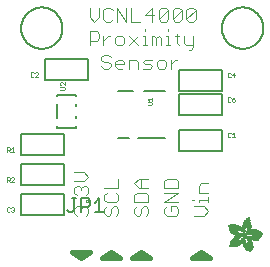
<source format=gbr>
G04 EAGLE Gerber RS-274X export*
G75*
%MOMM*%
%FSLAX34Y34*%
%LPD*%
%INSilkscreen Top*%
%IPPOS*%
%AMOC8*
5,1,8,0,0,1.08239X$1,22.5*%
G01*
%ADD10C,0.406400*%
%ADD11C,0.101600*%
%ADD12C,0.127000*%
%ADD13C,0.025400*%
%ADD14C,0.152400*%
%ADD15R,0.063400X0.002600*%
%ADD16R,0.099000X0.002400*%
%ADD17R,0.124400X0.002600*%
%ADD18R,0.144800X0.002400*%
%ADD19R,0.162600X0.002400*%
%ADD20R,0.180200X0.002600*%
%ADD21R,0.193000X0.002400*%
%ADD22R,0.208200X0.002600*%
%ADD23R,0.221000X0.002400*%
%ADD24R,0.233600X0.002400*%
%ADD25R,0.246200X0.002600*%
%ADD26R,0.256600X0.002400*%
%ADD27R,0.266600X0.002600*%
%ADD28R,0.276800X0.002400*%
%ADD29R,0.287000X0.002400*%
%ADD30R,0.297200X0.002600*%
%ADD31R,0.304800X0.002400*%
%ADD32R,0.315000X0.002600*%
%ADD33R,0.322600X0.002400*%
%ADD34R,0.332800X0.002400*%
%ADD35R,0.340400X0.002600*%
%ADD36R,0.350400X0.002400*%
%ADD37R,0.355600X0.002600*%
%ADD38R,0.363200X0.002400*%
%ADD39R,0.370800X0.002400*%
%ADD40R,0.378400X0.002600*%
%ADD41R,0.386000X0.002400*%
%ADD42R,0.391000X0.002600*%
%ADD43R,0.398800X0.002400*%
%ADD44R,0.406400X0.002400*%
%ADD45R,0.411400X0.002600*%
%ADD46R,0.419000X0.002400*%
%ADD47R,0.426600X0.002600*%
%ADD48R,0.431800X0.002400*%
%ADD49R,0.436800X0.002400*%
%ADD50R,0.442000X0.002600*%
%ADD51R,0.447000X0.002400*%
%ADD52R,0.454600X0.002600*%
%ADD53R,0.459600X0.002400*%
%ADD54R,0.467400X0.002400*%
%ADD55R,0.469800X0.002600*%
%ADD56R,0.475000X0.002400*%
%ADD57R,0.482600X0.002600*%
%ADD58R,0.485000X0.002400*%
%ADD59R,0.490200X0.002400*%
%ADD60R,0.495200X0.002600*%
%ADD61R,0.503000X0.002400*%
%ADD62R,0.505400X0.002600*%
%ADD63R,0.510400X0.002400*%
%ADD64R,0.515600X0.002400*%
%ADD65R,0.518000X0.002600*%
%ADD66R,0.523200X0.002400*%
%ADD67R,0.525800X0.002600*%
%ADD68R,0.533400X0.002400*%
%ADD69R,0.538400X0.002400*%
%ADD70R,0.541000X0.002600*%
%ADD71R,0.546000X0.002400*%
%ADD72R,0.548600X0.002600*%
%ADD73R,0.553600X0.002400*%
%ADD74R,0.558800X0.002400*%
%ADD75R,0.561400X0.002600*%
%ADD76R,0.566400X0.002400*%
%ADD77R,0.568800X0.002600*%
%ADD78R,0.574000X0.002400*%
%ADD79R,0.576600X0.002400*%
%ADD80R,0.581600X0.002600*%
%ADD81R,0.584200X0.002400*%
%ADD82R,0.589200X0.002600*%
%ADD83R,0.591800X0.002400*%
%ADD84R,0.596800X0.002400*%
%ADD85R,0.599400X0.002600*%
%ADD86R,0.604400X0.002400*%
%ADD87R,0.604400X0.002600*%
%ADD88R,0.609600X0.002400*%
%ADD89R,0.612200X0.002400*%
%ADD90R,0.617200X0.002600*%
%ADD91R,0.619800X0.002400*%
%ADD92R,0.622200X0.002600*%
%ADD93R,0.627200X0.002400*%
%ADD94R,0.632400X0.002600*%
%ADD95R,0.635000X0.002400*%
%ADD96R,0.640000X0.002600*%
%ADD97R,0.642600X0.002400*%
%ADD98R,0.645000X0.002400*%
%ADD99R,0.647600X0.002600*%
%ADD100R,0.650200X0.002400*%
%ADD101R,0.655200X0.002600*%
%ADD102R,0.657800X0.002400*%
%ADD103R,0.662800X0.002600*%
%ADD104R,0.665400X0.002400*%
%ADD105R,0.668000X0.002600*%
%ADD106R,0.670600X0.002400*%
%ADD107R,0.673000X0.002400*%
%ADD108R,0.678200X0.002600*%
%ADD109R,0.680600X0.002400*%
%ADD110R,0.680600X0.002600*%
%ADD111R,0.685800X0.002400*%
%ADD112R,0.688400X0.002400*%
%ADD113R,0.688400X0.002600*%
%ADD114R,0.693400X0.002400*%
%ADD115R,0.696000X0.002600*%
%ADD116R,0.698400X0.002400*%
%ADD117R,0.703400X0.002600*%
%ADD118R,0.706000X0.002400*%
%ADD119R,0.706000X0.002600*%
%ADD120R,0.711200X0.002400*%
%ADD121R,0.713800X0.002400*%
%ADD122R,0.713800X0.002600*%
%ADD123R,0.716200X0.002400*%
%ADD124R,0.721200X0.002600*%
%ADD125R,0.721200X0.002400*%
%ADD126R,0.723800X0.002400*%
%ADD127R,0.723800X0.002600*%
%ADD128R,0.729000X0.002400*%
%ADD129R,0.731600X0.002600*%
%ADD130R,0.731600X0.002400*%
%ADD131R,0.734000X0.002400*%
%ADD132R,0.736600X0.002600*%
%ADD133R,0.739000X0.002400*%
%ADD134R,0.741600X0.002600*%
%ADD135R,0.741600X0.002400*%
%ADD136R,0.744200X0.002400*%
%ADD137R,0.746600X0.002600*%
%ADD138R,0.749200X0.002400*%
%ADD139R,0.751800X0.002600*%
%ADD140R,0.751800X0.002400*%
%ADD141R,0.754200X0.002400*%
%ADD142R,0.756800X0.002600*%
%ADD143R,0.759400X0.002400*%
%ADD144R,0.759400X0.002600*%
%ADD145R,0.762000X0.002400*%
%ADD146R,0.764600X0.002400*%
%ADD147R,0.764600X0.002600*%
%ADD148R,0.767000X0.002400*%
%ADD149R,0.769600X0.002600*%
%ADD150R,0.772000X0.002400*%
%ADD151R,0.774600X0.002600*%
%ADD152R,0.774600X0.002400*%
%ADD153R,0.777200X0.002600*%
%ADD154R,0.777200X0.002400*%
%ADD155R,0.205600X0.002400*%
%ADD156R,0.779800X0.002400*%
%ADD157R,0.309800X0.002600*%
%ADD158R,0.782400X0.002600*%
%ADD159R,0.381000X0.002400*%
%ADD160R,0.784800X0.002400*%
%ADD161R,0.409000X0.002600*%
%ADD162R,0.784800X0.002600*%
%ADD163R,0.787400X0.002400*%
%ADD164R,0.452000X0.002400*%
%ADD165R,0.790000X0.002600*%
%ADD166R,0.487600X0.002400*%
%ADD167R,0.790000X0.002400*%
%ADD168R,0.502800X0.002600*%
%ADD169R,0.792400X0.002600*%
%ADD170R,0.518000X0.002400*%
%ADD171R,0.792400X0.002400*%
%ADD172R,0.530800X0.002400*%
%ADD173R,0.795000X0.002400*%
%ADD174R,0.795000X0.002600*%
%ADD175R,0.797600X0.002400*%
%ADD176R,0.563800X0.002600*%
%ADD177R,0.797600X0.002600*%
%ADD178R,0.800000X0.002400*%
%ADD179R,0.586600X0.002400*%
%ADD180R,0.596800X0.002600*%
%ADD181R,0.802600X0.002600*%
%ADD182R,0.604600X0.002400*%
%ADD183R,0.805200X0.002400*%
%ADD184R,0.612200X0.002600*%
%ADD185R,0.807600X0.002600*%
%ADD186R,0.622200X0.002400*%
%ADD187R,0.807600X0.002400*%
%ADD188R,0.630000X0.002400*%
%ADD189R,0.810200X0.002400*%
%ADD190R,0.637600X0.002600*%
%ADD191R,0.810200X0.002600*%
%ADD192R,0.647600X0.002400*%
%ADD193R,0.812800X0.002400*%
%ADD194R,0.652800X0.002600*%
%ADD195R,0.812800X0.002600*%
%ADD196R,0.815200X0.002400*%
%ADD197R,0.673000X0.002600*%
%ADD198R,0.815200X0.002600*%
%ADD199R,0.817800X0.002400*%
%ADD200R,0.683200X0.002600*%
%ADD201R,0.817800X0.002600*%
%ADD202R,0.690800X0.002400*%
%ADD203R,0.820400X0.002400*%
%ADD204R,0.696000X0.002400*%
%ADD205R,0.703600X0.002600*%
%ADD206R,0.820400X0.002600*%
%ADD207R,0.708600X0.002400*%
%ADD208R,0.823000X0.002400*%
%ADD209R,0.728800X0.002600*%
%ADD210R,0.825400X0.002600*%
%ADD211R,0.825400X0.002400*%
%ADD212R,0.739000X0.002600*%
%ADD213R,0.828000X0.002600*%
%ADD214R,0.828000X0.002400*%
%ADD215R,0.749200X0.002600*%
%ADD216R,0.830600X0.002600*%
%ADD217R,0.754400X0.002400*%
%ADD218R,0.830600X0.002400*%
%ADD219R,0.833200X0.002600*%
%ADD220R,0.764400X0.002400*%
%ADD221R,0.833200X0.002400*%
%ADD222R,0.835600X0.002600*%
%ADD223R,0.833000X0.002400*%
%ADD224R,0.782400X0.002400*%
%ADD225R,0.835600X0.002400*%
%ADD226R,0.787400X0.002600*%
%ADD227R,0.838200X0.002600*%
%ADD228R,0.789800X0.002400*%
%ADD229R,0.838200X0.002400*%
%ADD230R,0.840600X0.002600*%
%ADD231R,0.797400X0.002400*%
%ADD232R,0.840600X0.002400*%
%ADD233R,0.805200X0.002600*%
%ADD234R,0.840800X0.002600*%
%ADD235R,0.840800X0.002400*%
%ADD236R,0.843200X0.002600*%
%ADD237R,0.843200X0.002400*%
%ADD238R,0.815400X0.002400*%
%ADD239R,0.845800X0.002600*%
%ADD240R,0.845800X0.002400*%
%ADD241R,0.830400X0.002600*%
%ADD242R,0.848200X0.002600*%
%ADD243R,0.848200X0.002400*%
%ADD244R,0.848400X0.002400*%
%ADD245R,0.848400X0.002600*%
%ADD246R,0.850800X0.002400*%
%ADD247R,0.853400X0.002600*%
%ADD248R,0.850800X0.002600*%
%ADD249R,0.856000X0.002400*%
%ADD250R,0.861000X0.002600*%
%ADD251R,0.863600X0.002400*%
%ADD252R,0.866000X0.002600*%
%ADD253R,0.868600X0.002400*%
%ADD254R,0.871200X0.002600*%
%ADD255R,0.873600X0.002400*%
%ADD256R,0.853400X0.002400*%
%ADD257R,0.876200X0.002400*%
%ADD258R,0.876200X0.002600*%
%ADD259R,0.881400X0.002400*%
%ADD260R,0.883800X0.002600*%
%ADD261R,0.886400X0.002400*%
%ADD262R,0.889000X0.002400*%
%ADD263R,0.891600X0.002600*%
%ADD264R,0.891400X0.002400*%
%ADD265R,0.894000X0.002600*%
%ADD266R,0.896600X0.002400*%
%ADD267R,0.899000X0.002400*%
%ADD268R,0.901600X0.002600*%
%ADD269R,0.856000X0.002600*%
%ADD270R,0.904200X0.002400*%
%ADD271R,0.904200X0.002600*%
%ADD272R,0.909200X0.002400*%
%ADD273R,0.911800X0.002400*%
%ADD274R,0.914400X0.002600*%
%ADD275R,0.916800X0.002400*%
%ADD276R,0.919400X0.002600*%
%ADD277R,0.919400X0.002400*%
%ADD278R,0.922000X0.002400*%
%ADD279R,0.924600X0.002600*%
%ADD280R,0.927000X0.002400*%
%ADD281R,0.929600X0.002600*%
%ADD282R,0.932200X0.002400*%
%ADD283R,0.934600X0.002600*%
%ADD284R,0.937200X0.002400*%
%ADD285R,0.939800X0.002600*%
%ADD286R,0.942200X0.002400*%
%ADD287R,0.942400X0.002400*%
%ADD288R,0.944800X0.002600*%
%ADD289R,0.947400X0.002400*%
%ADD290R,0.950000X0.002600*%
%ADD291R,0.952400X0.002400*%
%ADD292R,0.955000X0.002400*%
%ADD293R,0.952400X0.002600*%
%ADD294R,0.957400X0.002600*%
%ADD295R,0.365600X0.002600*%
%ADD296R,0.462200X0.002600*%
%ADD297R,0.960000X0.002400*%
%ADD298R,0.358000X0.002400*%
%ADD299R,0.454600X0.002400*%
%ADD300R,0.962600X0.002400*%
%ADD301R,0.353000X0.002400*%
%ADD302R,0.452200X0.002400*%
%ADD303R,0.965200X0.002600*%
%ADD304R,0.350400X0.002600*%
%ADD305R,0.447000X0.002600*%
%ADD306R,0.965200X0.002400*%
%ADD307R,0.348000X0.002400*%
%ADD308R,0.444400X0.002400*%
%ADD309R,0.967600X0.002600*%
%ADD310R,0.345400X0.002600*%
%ADD311R,0.439400X0.002600*%
%ADD312R,0.970200X0.002400*%
%ADD313R,0.342800X0.002400*%
%ADD314R,0.340200X0.002400*%
%ADD315R,0.972800X0.002600*%
%ADD316R,0.337800X0.002600*%
%ADD317R,0.429200X0.002600*%
%ADD318R,0.972800X0.002400*%
%ADD319R,0.335200X0.002400*%
%ADD320R,0.429200X0.002400*%
%ADD321R,0.975400X0.002600*%
%ADD322R,0.332600X0.002600*%
%ADD323R,0.424200X0.002600*%
%ADD324R,0.977800X0.002400*%
%ADD325R,0.424200X0.002400*%
%ADD326R,0.980400X0.002600*%
%ADD327R,0.330200X0.002600*%
%ADD328R,0.419000X0.002600*%
%ADD329R,0.980400X0.002400*%
%ADD330R,0.327600X0.002400*%
%ADD331R,0.414000X0.002400*%
%ADD332R,0.983000X0.002600*%
%ADD333R,0.327600X0.002600*%
%ADD334R,0.414000X0.002600*%
%ADD335R,0.983000X0.002400*%
%ADD336R,0.325000X0.002400*%
%ADD337R,0.985400X0.002400*%
%ADD338R,0.409000X0.002400*%
%ADD339R,0.988000X0.002600*%
%ADD340R,0.322600X0.002600*%
%ADD341R,0.322400X0.002400*%
%ADD342R,0.320000X0.002600*%
%ADD343R,0.403800X0.002600*%
%ADD344R,0.990600X0.002400*%
%ADD345R,0.317400X0.002400*%
%ADD346R,0.401200X0.002400*%
%ADD347R,0.990600X0.002600*%
%ADD348R,0.317400X0.002600*%
%ADD349R,0.398800X0.002600*%
%ADD350R,0.315000X0.002400*%
%ADD351R,0.396200X0.002400*%
%ADD352R,0.993000X0.002600*%
%ADD353R,0.393600X0.002600*%
%ADD354R,0.993000X0.002400*%
%ADD355R,0.312400X0.002400*%
%ADD356R,0.393600X0.002400*%
%ADD357R,0.312400X0.002600*%
%ADD358R,0.391200X0.002600*%
%ADD359R,0.309800X0.002400*%
%ADD360R,0.388600X0.002400*%
%ADD361R,1.305600X0.002600*%
%ADD362R,0.386000X0.002600*%
%ADD363R,1.300400X0.002400*%
%ADD364R,1.298000X0.002400*%
%ADD365R,0.383400X0.002400*%
%ADD366R,1.298000X0.002600*%
%ADD367R,0.383400X0.002600*%
%ADD368R,1.295400X0.002400*%
%ADD369R,1.292800X0.002600*%
%ADD370R,0.381000X0.002600*%
%ADD371R,1.290200X0.002400*%
%ADD372R,0.378400X0.002400*%
%ADD373R,1.285200X0.002600*%
%ADD374R,1.285200X0.002400*%
%ADD375R,0.373400X0.002400*%
%ADD376R,1.282600X0.002600*%
%ADD377R,0.373400X0.002600*%
%ADD378R,1.282600X0.002400*%
%ADD379R,1.277600X0.002400*%
%ADD380R,1.277600X0.002600*%
%ADD381R,0.368200X0.002600*%
%ADD382R,1.275000X0.002400*%
%ADD383R,0.368200X0.002400*%
%ADD384R,1.272400X0.002600*%
%ADD385R,0.365800X0.002600*%
%ADD386R,1.270000X0.002400*%
%ADD387R,0.365800X0.002400*%
%ADD388R,1.265000X0.002600*%
%ADD389R,0.363200X0.002600*%
%ADD390R,1.265000X0.002400*%
%ADD391R,1.262400X0.002600*%
%ADD392R,0.360600X0.002600*%
%ADD393R,1.259800X0.002400*%
%ADD394R,0.360600X0.002400*%
%ADD395R,1.257200X0.002400*%
%ADD396R,1.257200X0.002600*%
%ADD397R,0.358000X0.002600*%
%ADD398R,1.254800X0.002400*%
%ADD399R,0.355600X0.002400*%
%ADD400R,1.252200X0.002600*%
%ADD401R,1.252200X0.002400*%
%ADD402R,1.247000X0.002400*%
%ADD403R,1.247000X0.002600*%
%ADD404R,0.353000X0.002600*%
%ADD405R,1.242000X0.002600*%
%ADD406R,1.242000X0.002400*%
%ADD407R,1.239400X0.002400*%
%ADD408R,1.237000X0.002600*%
%ADD409R,0.347800X0.002600*%
%ADD410R,1.237000X0.002400*%
%ADD411R,0.347800X0.002400*%
%ADD412R,1.231800X0.002600*%
%ADD413R,1.231800X0.002400*%
%ADD414R,0.345400X0.002400*%
%ADD415R,1.226800X0.002600*%
%ADD416R,1.226800X0.002400*%
%ADD417R,1.224200X0.002600*%
%ADD418R,0.342800X0.002600*%
%ADD419R,1.221600X0.002400*%
%ADD420R,0.340400X0.002400*%
%ADD421R,1.219200X0.002600*%
%ADD422R,1.216600X0.002400*%
%ADD423R,0.337800X0.002400*%
%ADD424R,1.214200X0.002600*%
%ADD425R,1.214200X0.002400*%
%ADD426R,1.209000X0.002400*%
%ADD427R,1.209000X0.002600*%
%ADD428R,0.335200X0.002600*%
%ADD429R,1.206400X0.002600*%
%ADD430R,0.652800X0.002400*%
%ADD431R,0.083800X0.002400*%
%ADD432R,0.505400X0.002400*%
%ADD433R,0.134600X0.002400*%
%ADD434R,0.497800X0.002600*%
%ADD435R,0.332800X0.002600*%
%ADD436R,0.167600X0.002600*%
%ADD437R,0.632400X0.002400*%
%ADD438R,0.330200X0.002400*%
%ADD439R,0.195400X0.002400*%
%ADD440R,0.629800X0.002600*%
%ADD441R,0.223400X0.002600*%
%ADD442R,0.624800X0.002400*%
%ADD443R,0.474800X0.002400*%
%ADD444R,0.246400X0.002400*%
%ADD445R,0.469800X0.002400*%
%ADD446R,0.264000X0.002400*%
%ADD447R,0.619600X0.002600*%
%ADD448R,0.284400X0.002600*%
%ADD449R,0.617200X0.002400*%
%ADD450R,0.457200X0.002400*%
%ADD451R,0.302200X0.002400*%
%ADD452R,0.614600X0.002600*%
%ADD453R,0.452000X0.002600*%
%ADD454R,0.325000X0.002600*%
%ADD455R,0.439400X0.002400*%
%ADD456R,0.609600X0.002600*%
%ADD457R,0.434400X0.002600*%
%ADD458R,0.322400X0.002600*%
%ADD459R,0.602000X0.002400*%
%ADD460R,0.416400X0.002400*%
%ADD461R,0.599400X0.002400*%
%ADD462R,0.408800X0.002400*%
%ADD463R,0.320000X0.002400*%
%ADD464R,0.441800X0.002400*%
%ADD465R,0.401200X0.002600*%
%ADD466R,0.464800X0.002400*%
%ADD467R,0.594200X0.002400*%
%ADD468R,0.591800X0.002600*%
%ADD469R,0.487600X0.002600*%
%ADD470R,0.594400X0.002400*%
%ADD471R,0.495200X0.002400*%
%ADD472R,0.508000X0.002600*%
%ADD473R,0.518200X0.002400*%
%ADD474R,0.589200X0.002400*%
%ADD475R,0.375800X0.002400*%
%ADD476R,0.528400X0.002400*%
%ADD477R,0.370800X0.002600*%
%ADD478R,0.538400X0.002600*%
%ADD479R,0.586600X0.002600*%
%ADD480R,0.556200X0.002600*%
%ADD481R,0.314800X0.002400*%
%ADD482R,0.586800X0.002600*%
%ADD483R,0.584200X0.002600*%
%ADD484R,0.602000X0.002600*%
%ADD485R,0.581600X0.002400*%
%ADD486R,0.619600X0.002400*%
%ADD487R,0.627400X0.002600*%
%ADD488R,0.307200X0.002600*%
%ADD489R,0.642600X0.002600*%
%ADD490R,0.579200X0.002400*%
%ADD491R,0.307400X0.002400*%
%ADD492R,0.579000X0.002600*%
%ADD493R,0.307400X0.002600*%
%ADD494R,0.665400X0.002600*%
%ADD495R,0.307200X0.002400*%
%ADD496R,0.314800X0.002600*%
%ADD497R,0.304800X0.002600*%
%ADD498R,0.576400X0.002400*%
%ADD499R,0.576600X0.002600*%
%ADD500R,0.713600X0.002400*%
%ADD501R,0.574000X0.002600*%
%ADD502R,0.302200X0.002600*%
%ADD503R,0.721400X0.002600*%
%ADD504R,0.299600X0.002400*%
%ADD505R,0.297200X0.002400*%
%ADD506R,0.736600X0.002400*%
%ADD507R,0.292000X0.002600*%
%ADD508R,0.289600X0.002400*%
%ADD509R,0.746800X0.002400*%
%ADD510R,0.571400X0.002600*%
%ADD511R,0.287000X0.002600*%
%ADD512R,0.299800X0.002600*%
%ADD513R,0.754400X0.002600*%
%ADD514R,0.284400X0.002400*%
%ADD515R,1.061800X0.002400*%
%ADD516R,0.571400X0.002400*%
%ADD517R,0.282000X0.002400*%
%ADD518R,1.066800X0.002400*%
%ADD519R,0.279400X0.002600*%
%ADD520R,1.066800X0.002600*%
%ADD521R,1.071800X0.002400*%
%ADD522R,0.274200X0.002600*%
%ADD523R,1.074400X0.002600*%
%ADD524R,0.274200X0.002400*%
%ADD525R,1.076800X0.002400*%
%ADD526R,0.569000X0.002400*%
%ADD527R,0.271800X0.002400*%
%ADD528R,1.079400X0.002400*%
%ADD529R,0.269200X0.002600*%
%ADD530R,1.082000X0.002600*%
%ADD531R,0.266600X0.002400*%
%ADD532R,1.087000X0.002400*%
%ADD533R,0.569000X0.002600*%
%ADD534R,0.264200X0.002600*%
%ADD535R,1.087000X0.002600*%
%ADD536R,0.568800X0.002400*%
%ADD537R,0.261600X0.002400*%
%ADD538R,1.092200X0.002400*%
%ADD539R,0.259000X0.002400*%
%ADD540R,1.094800X0.002400*%
%ADD541R,0.566400X0.002600*%
%ADD542R,0.256600X0.002600*%
%ADD543R,1.097200X0.002600*%
%ADD544R,1.099800X0.002400*%
%ADD545R,0.254000X0.002600*%
%ADD546R,1.104800X0.002600*%
%ADD547R,0.251400X0.002400*%
%ADD548R,1.104800X0.002400*%
%ADD549R,0.248800X0.002400*%
%ADD550R,1.110000X0.002400*%
%ADD551R,0.246400X0.002600*%
%ADD552R,1.112400X0.002600*%
%ADD553R,1.115000X0.002400*%
%ADD554R,1.117600X0.002600*%
%ADD555R,0.563800X0.002400*%
%ADD556R,0.243800X0.002400*%
%ADD557R,1.122600X0.002400*%
%ADD558R,0.241200X0.002400*%
%ADD559R,0.241200X0.002600*%
%ADD560R,1.127800X0.002600*%
%ADD561R,0.238600X0.002400*%
%ADD562R,1.130200X0.002400*%
%ADD563R,0.236200X0.002600*%
%ADD564R,1.132800X0.002600*%
%ADD565R,0.561400X0.002400*%
%ADD566R,1.137800X0.002400*%
%ADD567R,0.561200X0.002400*%
%ADD568R,0.561200X0.002600*%
%ADD569R,0.233600X0.002600*%
%ADD570R,1.143000X0.002600*%
%ADD571R,0.231200X0.002400*%
%ADD572R,1.145600X0.002400*%
%ADD573R,0.231200X0.002600*%
%ADD574R,1.148000X0.002600*%
%ADD575R,0.228600X0.002400*%
%ADD576R,1.153200X0.002400*%
%ADD577R,0.226000X0.002400*%
%ADD578R,0.558800X0.002600*%
%ADD579R,0.228600X0.002600*%
%ADD580R,1.158200X0.002600*%
%ADD581R,1.160800X0.002400*%
%ADD582R,1.165800X0.002600*%
%ADD583R,0.223400X0.002400*%
%ADD584R,1.168400X0.002400*%
%ADD585R,1.171000X0.002400*%
%ADD586R,1.176000X0.002600*%
%ADD587R,0.220800X0.002400*%
%ADD588R,1.176000X0.002400*%
%ADD589R,0.221000X0.002600*%
%ADD590R,1.181000X0.002600*%
%ADD591R,1.186200X0.002400*%
%ADD592R,0.218400X0.002400*%
%ADD593R,1.188600X0.002400*%
%ADD594R,1.193800X0.002600*%
%ADD595R,1.196200X0.002400*%
%ADD596R,1.201400X0.002600*%
%ADD597R,0.556200X0.002400*%
%ADD598R,1.206400X0.002400*%
%ADD599R,0.218400X0.002600*%
%ADD600R,1.221600X0.002600*%
%ADD601R,0.553800X0.002400*%
%ADD602R,0.223600X0.002400*%
%ADD603R,0.553600X0.002600*%
%ADD604R,0.226000X0.002600*%
%ADD605R,0.551200X0.002600*%
%ADD606R,0.231000X0.002600*%
%ADD607R,1.249600X0.002600*%
%ADD608R,0.551200X0.002400*%
%ADD609R,0.236200X0.002400*%
%ADD610R,1.513800X0.002400*%
%ADD611R,1.513800X0.002600*%
%ADD612R,0.551000X0.002400*%
%ADD613R,1.516200X0.002600*%
%ADD614R,1.516400X0.002400*%
%ADD615R,0.551000X0.002600*%
%ADD616R,1.518800X0.002600*%
%ADD617R,1.519000X0.002400*%
%ADD618R,1.519000X0.002600*%
%ADD619R,1.521400X0.002400*%
%ADD620R,1.521400X0.002600*%
%ADD621R,1.524000X0.002400*%
%ADD622R,1.524000X0.002600*%
%ADD623R,1.526400X0.002400*%
%ADD624R,1.526600X0.002600*%
%ADD625R,1.529000X0.002400*%
%ADD626R,1.529000X0.002600*%
%ADD627R,1.531600X0.002400*%
%ADD628R,1.534200X0.002600*%
%ADD629R,1.536600X0.002400*%
%ADD630R,1.539200X0.002600*%
%ADD631R,1.541800X0.002400*%
%ADD632R,1.544200X0.002600*%
%ADD633R,1.549400X0.002400*%
%ADD634R,1.549400X0.002600*%
%ADD635R,1.554400X0.002400*%
%ADD636R,1.557000X0.002400*%
%ADD637R,0.594400X0.002600*%
%ADD638R,1.559400X0.002600*%
%ADD639R,1.564600X0.002400*%
%ADD640R,0.604600X0.002600*%
%ADD641R,1.567200X0.002600*%
%ADD642R,1.572200X0.002400*%
%ADD643R,0.614600X0.002400*%
%ADD644R,1.577200X0.002400*%
%ADD645R,0.525800X0.002400*%
%ADD646R,0.906800X0.002400*%
%ADD647R,1.168400X0.002600*%
%ADD648R,0.889000X0.002600*%
%ADD649R,1.155600X0.002400*%
%ADD650R,1.143000X0.002400*%
%ADD651R,0.866200X0.002400*%
%ADD652R,1.130200X0.002600*%
%ADD653R,1.120000X0.002400*%
%ADD654R,1.110000X0.002600*%
%ADD655R,1.084600X0.002600*%
%ADD656R,1.071800X0.002600*%
%ADD657R,1.064200X0.002400*%
%ADD658R,0.807800X0.002400*%
%ADD659R,1.059200X0.002400*%
%ADD660R,0.802600X0.002400*%
%ADD661R,1.054000X0.002600*%
%ADD662R,0.800000X0.002600*%
%ADD663R,1.049000X0.002400*%
%ADD664R,1.046400X0.002600*%
%ADD665R,1.041400X0.002400*%
%ADD666R,1.038800X0.002400*%
%ADD667R,1.033800X0.002600*%
%ADD668R,1.031200X0.002400*%
%ADD669R,1.028600X0.002600*%
%ADD670R,1.026000X0.002400*%
%ADD671R,0.782200X0.002400*%
%ADD672R,1.026200X0.002400*%
%ADD673R,1.023600X0.002600*%
%ADD674R,0.782200X0.002600*%
%ADD675R,1.021000X0.002400*%
%ADD676R,1.021000X0.002600*%
%ADD677R,1.018400X0.002400*%
%ADD678R,1.018400X0.002600*%
%ADD679R,1.023600X0.002400*%
%ADD680R,1.026200X0.002600*%
%ADD681R,1.028600X0.002400*%
%ADD682R,1.033600X0.002600*%
%ADD683R,0.797400X0.002600*%
%ADD684R,1.033600X0.002400*%
%ADD685R,1.036200X0.002600*%
%ADD686R,1.046400X0.002400*%
%ADD687R,1.049000X0.002600*%
%ADD688R,1.054000X0.002400*%
%ADD689R,1.056600X0.002600*%
%ADD690R,1.061600X0.002400*%
%ADD691R,0.822800X0.002400*%
%ADD692R,1.097200X0.002400*%
%ADD693R,0.858400X0.002600*%
%ADD694R,1.122600X0.002600*%
%ADD695R,0.878800X0.002400*%
%ADD696R,1.140400X0.002400*%
%ADD697R,0.883800X0.002400*%
%ADD698R,0.901600X0.002400*%
%ADD699R,1.170800X0.002600*%
%ADD700R,0.909200X0.002600*%
%ADD701R,1.181000X0.002400*%
%ADD702R,1.196400X0.002400*%
%ADD703R,0.929600X0.002400*%
%ADD704R,1.221800X0.002400*%
%ADD705R,0.949800X0.002400*%
%ADD706R,0.962600X0.002600*%
%ADD707R,0.975400X0.002400*%
%ADD708R,1.272400X0.002400*%
%ADD709R,1.290400X0.002600*%
%ADD710R,1.008200X0.002600*%
%ADD711R,1.318200X0.002400*%
%ADD712R,1.361400X0.002600*%
%ADD713R,2.491600X0.002400*%
%ADD714R,2.494200X0.002400*%
%ADD715R,2.499400X0.002600*%
%ADD716R,2.501800X0.002400*%
%ADD717R,2.504400X0.002600*%
%ADD718R,2.509400X0.002400*%
%ADD719R,2.512000X0.002400*%
%ADD720R,2.517200X0.002600*%
%ADD721R,2.519600X0.002400*%
%ADD722R,2.524800X0.002600*%
%ADD723R,2.527200X0.002400*%
%ADD724R,2.529800X0.002400*%
%ADD725R,2.535000X0.002600*%
%ADD726R,1.673800X0.002400*%
%ADD727R,1.661200X0.002600*%
%ADD728R,1.653400X0.002400*%
%ADD729R,1.645800X0.002400*%
%ADD730R,1.638200X0.002600*%
%ADD731R,1.635800X0.002400*%
%ADD732R,0.779800X0.002600*%
%ADD733R,1.630600X0.002600*%
%ADD734R,1.625600X0.002400*%
%ADD735R,0.772200X0.002400*%
%ADD736R,1.620400X0.002400*%
%ADD737R,1.618000X0.002600*%
%ADD738R,1.612800X0.002400*%
%ADD739R,0.764400X0.002600*%
%ADD740R,1.610200X0.002600*%
%ADD741R,1.607800X0.002400*%
%ADD742R,1.602600X0.002400*%
%ADD743R,0.757000X0.002600*%
%ADD744R,1.600200X0.002600*%
%ADD745R,1.597600X0.002400*%
%ADD746R,1.595000X0.002600*%
%ADD747R,1.592600X0.002400*%
%ADD748R,1.590000X0.002400*%
%ADD749R,0.746800X0.002600*%
%ADD750R,1.587400X0.002600*%
%ADD751R,1.585000X0.002400*%
%ADD752R,0.744200X0.002600*%
%ADD753R,1.582400X0.002600*%
%ADD754R,1.579800X0.002400*%
%ADD755R,1.577200X0.002600*%
%ADD756R,1.574800X0.002400*%
%ADD757R,0.734000X0.002600*%
%ADD758R,1.574800X0.002600*%
%ADD759R,1.338600X0.002400*%
%ADD760R,0.731400X0.002400*%
%ADD761R,1.323200X0.002400*%
%ADD762R,0.731400X0.002600*%
%ADD763R,0.213200X0.002600*%
%ADD764R,1.315600X0.002600*%
%ADD765R,0.210800X0.002400*%
%ADD766R,1.308000X0.002400*%
%ADD767R,0.726400X0.002600*%
%ADD768R,0.210800X0.002600*%
%ADD769R,1.300400X0.002600*%
%ADD770R,0.721400X0.002400*%
%ADD771R,0.208200X0.002400*%
%ADD772R,0.718800X0.002400*%
%ADD773R,0.716200X0.002600*%
%ADD774R,1.267400X0.002400*%
%ADD775R,0.713600X0.002600*%
%ADD776R,1.254800X0.002600*%
%ADD777R,1.249600X0.002400*%
%ADD778R,0.711200X0.002600*%
%ADD779R,1.244600X0.002600*%
%ADD780R,0.706200X0.002400*%
%ADD781R,0.213400X0.002400*%
%ADD782R,0.213200X0.002400*%
%ADD783R,0.215800X0.002600*%
%ADD784R,1.221800X0.002600*%
%ADD785R,0.701000X0.002400*%
%ADD786R,0.215800X0.002400*%
%ADD787R,1.219200X0.002400*%
%ADD788R,1.214000X0.002400*%
%ADD789R,0.701000X0.002600*%
%ADD790R,0.223600X0.002600*%
%ADD791R,1.198800X0.002600*%
%ADD792R,0.695800X0.002400*%
%ADD793R,1.193800X0.002400*%
%ADD794R,1.188800X0.002400*%
%ADD795R,0.695800X0.002600*%
%ADD796R,1.186200X0.002600*%
%ADD797R,0.690800X0.002600*%
%ADD798R,1.178400X0.002600*%
%ADD799R,0.238800X0.002400*%
%ADD800R,1.173400X0.002400*%
%ADD801R,0.688200X0.002400*%
%ADD802R,0.688200X0.002600*%
%ADD803R,1.163200X0.002600*%
%ADD804R,1.158200X0.002400*%
%ADD805R,0.685800X0.002600*%
%ADD806R,1.155600X0.002600*%
%ADD807R,1.150600X0.002400*%
%ADD808R,0.683200X0.002400*%
%ADD809R,1.145400X0.002400*%
%ADD810R,0.256400X0.002400*%
%ADD811R,1.135400X0.002400*%
%ADD812R,0.261600X0.002600*%
%ADD813R,1.127600X0.002400*%
%ADD814R,1.125200X0.002400*%
%ADD815R,1.120000X0.002600*%
%ADD816R,0.678200X0.002400*%
%ADD817R,1.107400X0.002400*%
%ADD818R,0.675600X0.002400*%
%ADD819R,1.102200X0.002400*%
%ADD820R,1.099800X0.002600*%
%ADD821R,0.675600X0.002600*%
%ADD822R,1.089600X0.002600*%
%ADD823R,0.294600X0.002400*%
%ADD824R,1.084400X0.002400*%
%ADD825R,1.082000X0.002400*%
%ADD826R,1.076800X0.002600*%
%ADD827R,1.069200X0.002600*%
%ADD828R,1.051400X0.002400*%
%ADD829R,0.670400X0.002400*%
%ADD830R,0.670600X0.002600*%
%ADD831R,1.031200X0.002600*%
%ADD832R,0.670400X0.002600*%
%ADD833R,1.016000X0.002400*%
%ADD834R,1.010800X0.002600*%
%ADD835R,0.376000X0.002400*%
%ADD836R,1.005800X0.002400*%
%ADD837R,1.000800X0.002600*%
%ADD838R,0.998200X0.002400*%
%ADD839R,0.391200X0.002400*%
%ADD840R,0.396200X0.002600*%
%ADD841R,0.401400X0.002400*%
%ADD842R,0.406400X0.002600*%
%ADD843R,0.977800X0.002600*%
%ADD844R,0.421600X0.002400*%
%ADD845R,0.955000X0.002600*%
%ADD846R,0.950000X0.002400*%
%ADD847R,0.944800X0.002400*%
%ADD848R,0.942200X0.002600*%
%ADD849R,0.467200X0.002400*%
%ADD850R,0.477400X0.002600*%
%ADD851R,0.530800X0.002600*%
%ADD852R,0.906800X0.002600*%
%ADD853R,1.325800X0.002400*%
%ADD854R,0.894000X0.002400*%
%ADD855R,1.325800X0.002600*%
%ADD856R,1.328400X0.002400*%
%ADD857R,1.328400X0.002600*%
%ADD858R,0.881400X0.002600*%
%ADD859R,1.333400X0.002400*%
%ADD860R,1.333400X0.002600*%
%ADD861R,0.863600X0.002600*%
%ADD862R,0.858400X0.002400*%
%ADD863R,1.336000X0.002600*%
%ADD864R,1.338600X0.002600*%
%ADD865R,0.833000X0.002600*%
%ADD866R,1.343600X0.002400*%
%ADD867R,1.343600X0.002600*%
%ADD868R,0.365600X0.002400*%
%ADD869R,1.346200X0.002400*%
%ADD870R,1.348800X0.002600*%
%ADD871R,1.348800X0.002400*%
%ADD872R,1.351200X0.002600*%
%ADD873R,1.351200X0.002400*%
%ADD874R,0.269200X0.002400*%
%ADD875R,1.353800X0.002400*%
%ADD876R,0.249000X0.002400*%
%ADD877R,1.353800X0.002600*%
%ADD878R,0.340200X0.002600*%
%ADD879R,1.356200X0.002400*%
%ADD880R,1.358800X0.002600*%
%ADD881R,0.198200X0.002600*%
%ADD882R,1.358800X0.002400*%
%ADD883R,0.180200X0.002400*%
%ADD884R,0.157400X0.002400*%
%ADD885R,0.132000X0.002600*%
%ADD886R,1.364000X0.002400*%
%ADD887R,0.101600X0.002400*%
%ADD888R,1.364000X0.002600*%
%ADD889R,0.050800X0.002600*%
%ADD890R,1.369000X0.002400*%
%ADD891R,1.369000X0.002600*%
%ADD892R,1.371600X0.002600*%
%ADD893R,1.374200X0.002400*%
%ADD894R,1.376600X0.002600*%
%ADD895R,1.376600X0.002400*%
%ADD896R,1.379200X0.002600*%
%ADD897R,1.381800X0.002400*%
%ADD898R,1.381800X0.002600*%
%ADD899R,1.386800X0.002400*%
%ADD900R,1.386800X0.002600*%
%ADD901R,0.294600X0.002600*%
%ADD902R,1.389200X0.002400*%
%ADD903R,1.389200X0.002600*%
%ADD904R,1.394400X0.002400*%
%ADD905R,0.292000X0.002400*%
%ADD906R,1.394400X0.002600*%
%ADD907R,1.397000X0.002400*%
%ADD908R,1.397000X0.002600*%
%ADD909R,1.402000X0.002400*%
%ADD910R,1.402000X0.002600*%
%ADD911R,0.289600X0.002600*%
%ADD912R,1.404600X0.002400*%
%ADD913R,1.407000X0.002600*%
%ADD914R,1.409600X0.002400*%
%ADD915R,1.412200X0.002600*%
%ADD916R,1.412200X0.002400*%
%ADD917R,1.414800X0.002600*%
%ADD918R,1.417200X0.002400*%
%ADD919R,1.419800X0.002600*%
%ADD920R,1.419800X0.002400*%
%ADD921R,1.422400X0.002400*%
%ADD922R,1.424800X0.002600*%
%ADD923R,1.424800X0.002400*%
%ADD924R,1.051400X0.002600*%
%ADD925R,0.375800X0.002600*%
%ADD926R,1.044000X0.002400*%
%ADD927R,0.383600X0.002400*%
%ADD928R,1.041400X0.002600*%
%ADD929R,0.299600X0.002600*%
%ADD930R,1.038800X0.002600*%
%ADD931R,0.388600X0.002600*%
%ADD932R,1.036200X0.002400*%
%ADD933R,0.398600X0.002600*%
%ADD934R,0.398600X0.002400*%
%ADD935R,1.018600X0.002600*%
%ADD936R,0.403800X0.002400*%
%ADD937R,1.013400X0.002600*%
%ADD938R,1.008400X0.002400*%
%ADD939R,0.411400X0.002400*%
%ADD940R,1.005800X0.002600*%
%ADD941R,1.003200X0.002400*%
%ADD942R,0.421600X0.002600*%
%ADD943R,0.426800X0.002400*%
%ADD944R,0.995600X0.002400*%
%ADD945R,0.441800X0.002600*%
%ADD946R,0.988000X0.002400*%
%ADD947R,0.985400X0.002600*%
%ADD948R,0.975200X0.002400*%
%ADD949R,0.970200X0.002600*%
%ADD950R,0.967600X0.002400*%
%ADD951R,0.960000X0.002600*%
%ADD952R,0.805000X0.002600*%
%ADD953R,0.957400X0.002400*%
%ADD954R,0.947400X0.002600*%
%ADD955R,0.934600X0.002400*%
%ADD956R,0.927000X0.002600*%
%ADD957R,0.924600X0.002400*%
%ADD958R,0.917000X0.002400*%
%ADD959R,0.891400X0.002600*%
%ADD960R,0.861000X0.002400*%
%ADD961R,0.789800X0.002600*%
%ADD962R,0.772200X0.002600*%
%ADD963R,0.772000X0.002600*%
%ADD964R,0.726400X0.002400*%
%ADD965R,0.769600X0.002400*%
%ADD966R,0.718800X0.002600*%
%ADD967R,0.767000X0.002600*%
%ADD968R,0.660400X0.002400*%
%ADD969R,0.650200X0.002600*%
%ADD970R,0.637400X0.002400*%
%ADD971R,0.607000X0.002400*%
%ADD972R,0.535800X0.002400*%
%ADD973R,0.756800X0.002400*%
%ADD974R,0.061000X0.002400*%
%ADD975R,0.746600X0.002400*%
%ADD976R,0.729000X0.002600*%
%ADD977R,0.703600X0.002400*%
%ADD978R,0.698400X0.002600*%
%ADD979R,0.693400X0.002600*%
%ADD980R,0.680800X0.002400*%
%ADD981R,0.680800X0.002600*%
%ADD982R,0.668000X0.002400*%
%ADD983R,0.663000X0.002400*%
%ADD984R,0.663000X0.002600*%
%ADD985R,0.655200X0.002400*%
%ADD986R,0.652600X0.002600*%
%ADD987R,0.652600X0.002400*%
%ADD988R,0.645200X0.002400*%
%ADD989R,0.645200X0.002600*%
%ADD990R,0.640000X0.002400*%
%ADD991R,0.635000X0.002600*%
%ADD992R,0.629800X0.002400*%
%ADD993R,0.627400X0.002400*%
%ADD994R,0.612000X0.002600*%
%ADD995R,0.612000X0.002400*%
%ADD996R,0.607000X0.002600*%
%ADD997R,0.553800X0.002600*%
%ADD998R,0.546000X0.002600*%
%ADD999R,0.543400X0.002400*%
%ADD1000R,0.543400X0.002600*%
%ADD1001R,0.536000X0.002400*%
%ADD1002R,0.536000X0.002600*%
%ADD1003R,0.528200X0.002600*%
%ADD1004R,0.525600X0.002400*%
%ADD1005R,0.520600X0.002600*%
%ADD1006R,0.515600X0.002600*%
%ADD1007R,0.510600X0.002400*%
%ADD1008R,0.502800X0.002400*%
%ADD1009R,0.500400X0.002600*%
%ADD1010R,0.497800X0.002400*%
%ADD1011R,0.492800X0.002400*%
%ADD1012R,0.492800X0.002600*%
%ADD1013R,0.485000X0.002600*%
%ADD1014R,0.482600X0.002400*%
%ADD1015R,0.480000X0.002400*%
%ADD1016R,0.475000X0.002600*%
%ADD1017R,0.472400X0.002400*%
%ADD1018R,0.444400X0.002600*%
%ADD1019R,0.442000X0.002400*%
%ADD1020R,0.436800X0.002600*%
%ADD1021R,0.434200X0.002400*%
%ADD1022R,0.416600X0.002400*%
%ADD1023R,0.358200X0.002400*%
%ADD1024R,0.289400X0.002400*%
%ADD1025R,0.276800X0.002600*%
%ADD1026R,0.256400X0.002600*%
%ADD1027R,0.254000X0.002400*%
%ADD1028R,0.243800X0.002600*%
%ADD1029R,0.231000X0.002400*%
%ADD1030R,0.203200X0.002400*%
%ADD1031R,0.200600X0.002600*%
%ADD1032R,0.195600X0.002400*%
%ADD1033R,0.193000X0.002600*%
%ADD1034R,0.188000X0.002400*%
%ADD1035R,0.182800X0.002400*%
%ADD1036R,0.172600X0.002400*%
%ADD1037R,0.170200X0.002600*%
%ADD1038R,0.167600X0.002400*%
%ADD1039R,0.160000X0.002400*%
%ADD1040R,0.157400X0.002600*%
%ADD1041R,0.152400X0.002400*%
%ADD1042R,0.149800X0.002600*%
%ADD1043R,0.139600X0.002400*%
%ADD1044R,0.137200X0.002600*%
%ADD1045R,0.129400X0.002400*%
%ADD1046R,0.127000X0.002600*%
%ADD1047R,0.124400X0.002400*%
%ADD1048R,0.119400X0.002400*%
%ADD1049R,0.114200X0.002600*%
%ADD1050R,0.109200X0.002400*%
%ADD1051R,0.106600X0.002600*%
%ADD1052R,0.096400X0.002400*%
%ADD1053R,0.094000X0.002600*%
%ADD1054R,0.088800X0.002400*%
%ADD1055R,0.083800X0.002600*%
%ADD1056R,0.078600X0.002400*%
%ADD1057R,0.076200X0.002400*%
%ADD1058R,0.073600X0.002600*%
%ADD1059R,0.066000X0.002400*%
%ADD1060R,0.058400X0.002400*%
%ADD1061R,0.055800X0.002400*%
%ADD1062R,0.048200X0.002600*%
%ADD1063R,0.045600X0.002400*%
%ADD1064R,0.043200X0.002600*%
%ADD1065R,0.038000X0.002400*%
%ADD1066R,0.035600X0.002400*%
%ADD1067R,0.027800X0.002600*%
%ADD1068R,0.025400X0.002400*%
%ADD1069R,0.020200X0.002600*%
%ADD1070R,0.017800X0.002400*%
%ADD1071R,0.015200X0.002400*%
%ADD1072R,0.010000X0.002600*%
%ADD1073R,0.007600X0.002400*%


D10*
X55880Y10160D02*
X71120Y10160D01*
X63500Y5080D01*
X55880Y10160D01*
X157480Y5080D02*
X165100Y10160D01*
X157480Y5080D02*
X172720Y5080D01*
X165100Y10160D01*
X88900Y10160D02*
X81280Y5080D01*
X96520Y5080D01*
X88900Y10160D01*
X106680Y5080D02*
X114300Y10160D01*
X106680Y5080D02*
X121920Y5080D01*
X114300Y10160D01*
D11*
X159248Y41148D02*
X167044Y41148D01*
X170942Y45046D01*
X167044Y48944D01*
X159248Y48944D01*
X163146Y52842D02*
X163146Y54791D01*
X170942Y54791D01*
X170942Y52842D02*
X170942Y56740D01*
X159248Y54791D02*
X157299Y54791D01*
X163146Y60638D02*
X170942Y60638D01*
X163146Y60638D02*
X163146Y66485D01*
X165095Y68434D01*
X170942Y68434D01*
X135797Y48944D02*
X133848Y46995D01*
X133848Y43097D01*
X135797Y41148D01*
X143593Y41148D01*
X145542Y43097D01*
X145542Y46995D01*
X143593Y48944D01*
X139695Y48944D01*
X139695Y45046D01*
X145542Y52842D02*
X133848Y52842D01*
X145542Y60638D01*
X133848Y60638D01*
X133848Y64536D02*
X145542Y64536D01*
X145542Y70383D01*
X143593Y72332D01*
X135797Y72332D01*
X133848Y70383D01*
X133848Y64536D01*
X110397Y48944D02*
X108448Y46995D01*
X108448Y43097D01*
X110397Y41148D01*
X112346Y41148D01*
X114295Y43097D01*
X114295Y46995D01*
X116244Y48944D01*
X118193Y48944D01*
X120142Y46995D01*
X120142Y43097D01*
X118193Y41148D01*
X120142Y52842D02*
X108448Y52842D01*
X120142Y52842D02*
X120142Y58689D01*
X118193Y60638D01*
X110397Y60638D01*
X108448Y58689D01*
X108448Y52842D01*
X112346Y64536D02*
X120142Y64536D01*
X112346Y64536D02*
X108448Y68434D01*
X112346Y72332D01*
X120142Y72332D01*
X114295Y72332D02*
X114295Y64536D01*
X84997Y48944D02*
X83048Y46995D01*
X83048Y43097D01*
X84997Y41148D01*
X86946Y41148D01*
X88895Y43097D01*
X88895Y46995D01*
X90844Y48944D01*
X92793Y48944D01*
X94742Y46995D01*
X94742Y43097D01*
X92793Y41148D01*
X83048Y58689D02*
X84997Y60638D01*
X83048Y58689D02*
X83048Y54791D01*
X84997Y52842D01*
X92793Y52842D01*
X94742Y54791D01*
X94742Y58689D01*
X92793Y60638D01*
X94742Y64536D02*
X83048Y64536D01*
X94742Y64536D02*
X94742Y72332D01*
X59597Y41148D02*
X57648Y43097D01*
X57648Y46995D01*
X59597Y48944D01*
X61546Y48944D01*
X63495Y46995D01*
X63495Y45046D01*
X63495Y46995D02*
X65444Y48944D01*
X67393Y48944D01*
X69342Y46995D01*
X69342Y43097D01*
X67393Y41148D01*
X67393Y52842D02*
X69342Y52842D01*
X67393Y52842D02*
X67393Y54791D01*
X69342Y54791D01*
X69342Y52842D01*
X59597Y58689D02*
X57648Y60638D01*
X57648Y64536D01*
X59597Y66485D01*
X61546Y66485D01*
X63495Y64536D01*
X63495Y62587D01*
X63495Y64536D02*
X65444Y66485D01*
X67393Y66485D01*
X69342Y64536D01*
X69342Y60638D01*
X67393Y58689D01*
X65444Y70383D02*
X57648Y70383D01*
X65444Y70383D02*
X69342Y74281D01*
X65444Y78179D01*
X57648Y78179D01*
X70508Y209406D02*
X70508Y217202D01*
X70508Y209406D02*
X74406Y205508D01*
X78304Y209406D01*
X78304Y217202D01*
X88049Y217202D02*
X89998Y215253D01*
X88049Y217202D02*
X84151Y217202D01*
X82202Y215253D01*
X82202Y207457D01*
X84151Y205508D01*
X88049Y205508D01*
X89998Y207457D01*
X93896Y205508D02*
X93896Y217202D01*
X101692Y205508D01*
X101692Y217202D01*
X105590Y217202D02*
X105590Y205508D01*
X113386Y205508D01*
X123131Y205508D02*
X123131Y217202D01*
X117284Y211355D01*
X125080Y211355D01*
X128978Y207457D02*
X128978Y215253D01*
X130927Y217202D01*
X134825Y217202D01*
X136774Y215253D01*
X136774Y207457D01*
X134825Y205508D01*
X130927Y205508D01*
X128978Y207457D01*
X136774Y215253D01*
X140672Y215253D02*
X140672Y207457D01*
X140672Y215253D02*
X142621Y217202D01*
X146519Y217202D01*
X148468Y215253D01*
X148468Y207457D01*
X146519Y205508D01*
X142621Y205508D01*
X140672Y207457D01*
X148468Y215253D01*
X152366Y215253D02*
X152366Y207457D01*
X152366Y215253D02*
X154315Y217202D01*
X158213Y217202D01*
X160162Y215253D01*
X160162Y207457D01*
X158213Y205508D01*
X154315Y205508D01*
X152366Y207457D01*
X160162Y215253D01*
X70508Y197202D02*
X70508Y185508D01*
X70508Y197202D02*
X76355Y197202D01*
X78304Y195253D01*
X78304Y191355D01*
X76355Y189406D01*
X70508Y189406D01*
X82202Y185508D02*
X82202Y193304D01*
X82202Y189406D02*
X86100Y193304D01*
X88049Y193304D01*
X93896Y185508D02*
X97794Y185508D01*
X99743Y187457D01*
X99743Y191355D01*
X97794Y193304D01*
X93896Y193304D01*
X91947Y191355D01*
X91947Y187457D01*
X93896Y185508D01*
X103641Y193304D02*
X111437Y185508D01*
X103641Y185508D02*
X111437Y193304D01*
X115335Y193304D02*
X117284Y193304D01*
X117284Y185508D01*
X115335Y185508D02*
X119233Y185508D01*
X117284Y197202D02*
X117284Y199151D01*
X123131Y193304D02*
X123131Y185508D01*
X123131Y193304D02*
X125080Y193304D01*
X127029Y191355D01*
X127029Y185508D01*
X127029Y191355D02*
X128978Y193304D01*
X130927Y191355D01*
X130927Y185508D01*
X134825Y193304D02*
X136774Y193304D01*
X136774Y185508D01*
X134825Y185508D02*
X138723Y185508D01*
X136774Y197202D02*
X136774Y199151D01*
X144570Y195253D02*
X144570Y187457D01*
X146519Y185508D01*
X146519Y193304D02*
X142621Y193304D01*
X150417Y193304D02*
X150417Y187457D01*
X152366Y185508D01*
X158213Y185508D01*
X158213Y183559D02*
X158213Y193304D01*
X158213Y183559D02*
X156264Y181610D01*
X154315Y181610D01*
X88304Y175253D02*
X86355Y177202D01*
X82457Y177202D01*
X80508Y175253D01*
X80508Y173304D01*
X82457Y171355D01*
X86355Y171355D01*
X88304Y169406D01*
X88304Y167457D01*
X86355Y165508D01*
X82457Y165508D01*
X80508Y167457D01*
X94151Y165508D02*
X98049Y165508D01*
X94151Y165508D02*
X92202Y167457D01*
X92202Y171355D01*
X94151Y173304D01*
X98049Y173304D01*
X99998Y171355D01*
X99998Y169406D01*
X92202Y169406D01*
X103896Y165508D02*
X103896Y173304D01*
X109743Y173304D01*
X111692Y171355D01*
X111692Y165508D01*
X115590Y165508D02*
X121437Y165508D01*
X123386Y167457D01*
X121437Y169406D01*
X117539Y169406D01*
X115590Y171355D01*
X117539Y173304D01*
X123386Y173304D01*
X129233Y165508D02*
X133131Y165508D01*
X135080Y167457D01*
X135080Y171355D01*
X133131Y173304D01*
X129233Y173304D01*
X127284Y171355D01*
X127284Y167457D01*
X129233Y165508D01*
X138978Y165508D02*
X138978Y173304D01*
X138978Y169406D02*
X142876Y173304D01*
X144825Y173304D01*
D12*
X134050Y146750D02*
X116175Y146750D01*
X107425Y146750D02*
X94550Y146750D01*
X111175Y107250D02*
X134050Y107250D01*
X103425Y107250D02*
X94550Y107250D01*
D13*
X119504Y134883D02*
X122681Y134883D01*
X123317Y135518D01*
X123317Y136789D01*
X122681Y137425D01*
X119504Y137425D01*
X120775Y138625D02*
X119504Y139896D01*
X123317Y139896D01*
X123317Y138625D02*
X123317Y141167D01*
D12*
X182300Y113900D02*
X182300Y95900D01*
X146300Y95900D01*
X146300Y113900D01*
X182300Y113900D01*
D13*
X189194Y111380D02*
X189829Y110745D01*
X189194Y111380D02*
X187923Y111380D01*
X187287Y110745D01*
X187287Y108203D01*
X187923Y107567D01*
X189194Y107567D01*
X189829Y108203D01*
X191029Y110109D02*
X192300Y111380D01*
X192300Y107567D01*
X191029Y107567D02*
X193571Y107567D01*
D12*
X12560Y59800D02*
X12560Y41800D01*
X12560Y59800D02*
X48560Y59800D01*
X48560Y41800D01*
X12560Y41800D01*
D13*
X2885Y47501D02*
X2249Y48136D01*
X978Y48136D01*
X343Y47501D01*
X343Y44959D01*
X978Y44323D01*
X2249Y44323D01*
X2885Y44959D01*
X4085Y47501D02*
X4720Y48136D01*
X5992Y48136D01*
X6627Y47501D01*
X6627Y46865D01*
X5992Y46230D01*
X5356Y46230D01*
X5992Y46230D02*
X6627Y45594D01*
X6627Y44959D01*
X5992Y44323D01*
X4720Y44323D01*
X4085Y44959D01*
D14*
X12500Y200000D02*
X12505Y200429D01*
X12521Y200859D01*
X12547Y201287D01*
X12584Y201715D01*
X12632Y202142D01*
X12689Y202568D01*
X12758Y202992D01*
X12836Y203414D01*
X12925Y203834D01*
X13024Y204252D01*
X13134Y204667D01*
X13254Y205080D01*
X13383Y205489D01*
X13523Y205896D01*
X13673Y206298D01*
X13832Y206697D01*
X14001Y207092D01*
X14180Y207482D01*
X14369Y207868D01*
X14566Y208249D01*
X14773Y208626D01*
X14990Y208997D01*
X15215Y209362D01*
X15449Y209722D01*
X15692Y210077D01*
X15944Y210425D01*
X16204Y210767D01*
X16472Y211102D01*
X16749Y211431D01*
X17033Y211752D01*
X17326Y212067D01*
X17626Y212374D01*
X17933Y212674D01*
X18248Y212967D01*
X18569Y213251D01*
X18898Y213528D01*
X19233Y213796D01*
X19575Y214056D01*
X19923Y214308D01*
X20278Y214551D01*
X20638Y214785D01*
X21003Y215010D01*
X21374Y215227D01*
X21751Y215434D01*
X22132Y215631D01*
X22518Y215820D01*
X22908Y215999D01*
X23303Y216168D01*
X23702Y216327D01*
X24104Y216477D01*
X24511Y216617D01*
X24920Y216746D01*
X25333Y216866D01*
X25748Y216976D01*
X26166Y217075D01*
X26586Y217164D01*
X27008Y217242D01*
X27432Y217311D01*
X27858Y217368D01*
X28285Y217416D01*
X28713Y217453D01*
X29141Y217479D01*
X29571Y217495D01*
X30000Y217500D01*
X30429Y217495D01*
X30859Y217479D01*
X31287Y217453D01*
X31715Y217416D01*
X32142Y217368D01*
X32568Y217311D01*
X32992Y217242D01*
X33414Y217164D01*
X33834Y217075D01*
X34252Y216976D01*
X34667Y216866D01*
X35080Y216746D01*
X35489Y216617D01*
X35896Y216477D01*
X36298Y216327D01*
X36697Y216168D01*
X37092Y215999D01*
X37482Y215820D01*
X37868Y215631D01*
X38249Y215434D01*
X38626Y215227D01*
X38997Y215010D01*
X39362Y214785D01*
X39722Y214551D01*
X40077Y214308D01*
X40425Y214056D01*
X40767Y213796D01*
X41102Y213528D01*
X41431Y213251D01*
X41752Y212967D01*
X42067Y212674D01*
X42374Y212374D01*
X42674Y212067D01*
X42967Y211752D01*
X43251Y211431D01*
X43528Y211102D01*
X43796Y210767D01*
X44056Y210425D01*
X44308Y210077D01*
X44551Y209722D01*
X44785Y209362D01*
X45010Y208997D01*
X45227Y208626D01*
X45434Y208249D01*
X45631Y207868D01*
X45820Y207482D01*
X45999Y207092D01*
X46168Y206697D01*
X46327Y206298D01*
X46477Y205896D01*
X46617Y205489D01*
X46746Y205080D01*
X46866Y204667D01*
X46976Y204252D01*
X47075Y203834D01*
X47164Y203414D01*
X47242Y202992D01*
X47311Y202568D01*
X47368Y202142D01*
X47416Y201715D01*
X47453Y201287D01*
X47479Y200859D01*
X47495Y200429D01*
X47500Y200000D01*
X47495Y199571D01*
X47479Y199141D01*
X47453Y198713D01*
X47416Y198285D01*
X47368Y197858D01*
X47311Y197432D01*
X47242Y197008D01*
X47164Y196586D01*
X47075Y196166D01*
X46976Y195748D01*
X46866Y195333D01*
X46746Y194920D01*
X46617Y194511D01*
X46477Y194104D01*
X46327Y193702D01*
X46168Y193303D01*
X45999Y192908D01*
X45820Y192518D01*
X45631Y192132D01*
X45434Y191751D01*
X45227Y191374D01*
X45010Y191003D01*
X44785Y190638D01*
X44551Y190278D01*
X44308Y189923D01*
X44056Y189575D01*
X43796Y189233D01*
X43528Y188898D01*
X43251Y188569D01*
X42967Y188248D01*
X42674Y187933D01*
X42374Y187626D01*
X42067Y187326D01*
X41752Y187033D01*
X41431Y186749D01*
X41102Y186472D01*
X40767Y186204D01*
X40425Y185944D01*
X40077Y185692D01*
X39722Y185449D01*
X39362Y185215D01*
X38997Y184990D01*
X38626Y184773D01*
X38249Y184566D01*
X37868Y184369D01*
X37482Y184180D01*
X37092Y184001D01*
X36697Y183832D01*
X36298Y183673D01*
X35896Y183523D01*
X35489Y183383D01*
X35080Y183254D01*
X34667Y183134D01*
X34252Y183024D01*
X33834Y182925D01*
X33414Y182836D01*
X32992Y182758D01*
X32568Y182689D01*
X32142Y182632D01*
X31715Y182584D01*
X31287Y182547D01*
X30859Y182521D01*
X30429Y182505D01*
X30000Y182500D01*
X29571Y182505D01*
X29141Y182521D01*
X28713Y182547D01*
X28285Y182584D01*
X27858Y182632D01*
X27432Y182689D01*
X27008Y182758D01*
X26586Y182836D01*
X26166Y182925D01*
X25748Y183024D01*
X25333Y183134D01*
X24920Y183254D01*
X24511Y183383D01*
X24104Y183523D01*
X23702Y183673D01*
X23303Y183832D01*
X22908Y184001D01*
X22518Y184180D01*
X22132Y184369D01*
X21751Y184566D01*
X21374Y184773D01*
X21003Y184990D01*
X20638Y185215D01*
X20278Y185449D01*
X19923Y185692D01*
X19575Y185944D01*
X19233Y186204D01*
X18898Y186472D01*
X18569Y186749D01*
X18248Y187033D01*
X17933Y187326D01*
X17626Y187626D01*
X17326Y187933D01*
X17033Y188248D01*
X16749Y188569D01*
X16472Y188898D01*
X16204Y189233D01*
X15944Y189575D01*
X15692Y189923D01*
X15449Y190278D01*
X15215Y190638D01*
X14990Y191003D01*
X14773Y191374D01*
X14566Y191751D01*
X14369Y192132D01*
X14180Y192518D01*
X14001Y192908D01*
X13832Y193303D01*
X13673Y193702D01*
X13523Y194104D01*
X13383Y194511D01*
X13254Y194920D01*
X13134Y195333D01*
X13024Y195748D01*
X12925Y196166D01*
X12836Y196586D01*
X12758Y197008D01*
X12689Y197432D01*
X12632Y197858D01*
X12584Y198285D01*
X12547Y198713D01*
X12521Y199141D01*
X12505Y199571D01*
X12500Y200000D01*
X182500Y200000D02*
X182505Y200429D01*
X182521Y200859D01*
X182547Y201287D01*
X182584Y201715D01*
X182632Y202142D01*
X182689Y202568D01*
X182758Y202992D01*
X182836Y203414D01*
X182925Y203834D01*
X183024Y204252D01*
X183134Y204667D01*
X183254Y205080D01*
X183383Y205489D01*
X183523Y205896D01*
X183673Y206298D01*
X183832Y206697D01*
X184001Y207092D01*
X184180Y207482D01*
X184369Y207868D01*
X184566Y208249D01*
X184773Y208626D01*
X184990Y208997D01*
X185215Y209362D01*
X185449Y209722D01*
X185692Y210077D01*
X185944Y210425D01*
X186204Y210767D01*
X186472Y211102D01*
X186749Y211431D01*
X187033Y211752D01*
X187326Y212067D01*
X187626Y212374D01*
X187933Y212674D01*
X188248Y212967D01*
X188569Y213251D01*
X188898Y213528D01*
X189233Y213796D01*
X189575Y214056D01*
X189923Y214308D01*
X190278Y214551D01*
X190638Y214785D01*
X191003Y215010D01*
X191374Y215227D01*
X191751Y215434D01*
X192132Y215631D01*
X192518Y215820D01*
X192908Y215999D01*
X193303Y216168D01*
X193702Y216327D01*
X194104Y216477D01*
X194511Y216617D01*
X194920Y216746D01*
X195333Y216866D01*
X195748Y216976D01*
X196166Y217075D01*
X196586Y217164D01*
X197008Y217242D01*
X197432Y217311D01*
X197858Y217368D01*
X198285Y217416D01*
X198713Y217453D01*
X199141Y217479D01*
X199571Y217495D01*
X200000Y217500D01*
X200429Y217495D01*
X200859Y217479D01*
X201287Y217453D01*
X201715Y217416D01*
X202142Y217368D01*
X202568Y217311D01*
X202992Y217242D01*
X203414Y217164D01*
X203834Y217075D01*
X204252Y216976D01*
X204667Y216866D01*
X205080Y216746D01*
X205489Y216617D01*
X205896Y216477D01*
X206298Y216327D01*
X206697Y216168D01*
X207092Y215999D01*
X207482Y215820D01*
X207868Y215631D01*
X208249Y215434D01*
X208626Y215227D01*
X208997Y215010D01*
X209362Y214785D01*
X209722Y214551D01*
X210077Y214308D01*
X210425Y214056D01*
X210767Y213796D01*
X211102Y213528D01*
X211431Y213251D01*
X211752Y212967D01*
X212067Y212674D01*
X212374Y212374D01*
X212674Y212067D01*
X212967Y211752D01*
X213251Y211431D01*
X213528Y211102D01*
X213796Y210767D01*
X214056Y210425D01*
X214308Y210077D01*
X214551Y209722D01*
X214785Y209362D01*
X215010Y208997D01*
X215227Y208626D01*
X215434Y208249D01*
X215631Y207868D01*
X215820Y207482D01*
X215999Y207092D01*
X216168Y206697D01*
X216327Y206298D01*
X216477Y205896D01*
X216617Y205489D01*
X216746Y205080D01*
X216866Y204667D01*
X216976Y204252D01*
X217075Y203834D01*
X217164Y203414D01*
X217242Y202992D01*
X217311Y202568D01*
X217368Y202142D01*
X217416Y201715D01*
X217453Y201287D01*
X217479Y200859D01*
X217495Y200429D01*
X217500Y200000D01*
X217495Y199571D01*
X217479Y199141D01*
X217453Y198713D01*
X217416Y198285D01*
X217368Y197858D01*
X217311Y197432D01*
X217242Y197008D01*
X217164Y196586D01*
X217075Y196166D01*
X216976Y195748D01*
X216866Y195333D01*
X216746Y194920D01*
X216617Y194511D01*
X216477Y194104D01*
X216327Y193702D01*
X216168Y193303D01*
X215999Y192908D01*
X215820Y192518D01*
X215631Y192132D01*
X215434Y191751D01*
X215227Y191374D01*
X215010Y191003D01*
X214785Y190638D01*
X214551Y190278D01*
X214308Y189923D01*
X214056Y189575D01*
X213796Y189233D01*
X213528Y188898D01*
X213251Y188569D01*
X212967Y188248D01*
X212674Y187933D01*
X212374Y187626D01*
X212067Y187326D01*
X211752Y187033D01*
X211431Y186749D01*
X211102Y186472D01*
X210767Y186204D01*
X210425Y185944D01*
X210077Y185692D01*
X209722Y185449D01*
X209362Y185215D01*
X208997Y184990D01*
X208626Y184773D01*
X208249Y184566D01*
X207868Y184369D01*
X207482Y184180D01*
X207092Y184001D01*
X206697Y183832D01*
X206298Y183673D01*
X205896Y183523D01*
X205489Y183383D01*
X205080Y183254D01*
X204667Y183134D01*
X204252Y183024D01*
X203834Y182925D01*
X203414Y182836D01*
X202992Y182758D01*
X202568Y182689D01*
X202142Y182632D01*
X201715Y182584D01*
X201287Y182547D01*
X200859Y182521D01*
X200429Y182505D01*
X200000Y182500D01*
X199571Y182505D01*
X199141Y182521D01*
X198713Y182547D01*
X198285Y182584D01*
X197858Y182632D01*
X197432Y182689D01*
X197008Y182758D01*
X196586Y182836D01*
X196166Y182925D01*
X195748Y183024D01*
X195333Y183134D01*
X194920Y183254D01*
X194511Y183383D01*
X194104Y183523D01*
X193702Y183673D01*
X193303Y183832D01*
X192908Y184001D01*
X192518Y184180D01*
X192132Y184369D01*
X191751Y184566D01*
X191374Y184773D01*
X191003Y184990D01*
X190638Y185215D01*
X190278Y185449D01*
X189923Y185692D01*
X189575Y185944D01*
X189233Y186204D01*
X188898Y186472D01*
X188569Y186749D01*
X188248Y187033D01*
X187933Y187326D01*
X187626Y187626D01*
X187326Y187933D01*
X187033Y188248D01*
X186749Y188569D01*
X186472Y188898D01*
X186204Y189233D01*
X185944Y189575D01*
X185692Y189923D01*
X185449Y190278D01*
X185215Y190638D01*
X184990Y191003D01*
X184773Y191374D01*
X184566Y191751D01*
X184369Y192132D01*
X184180Y192518D01*
X184001Y192908D01*
X183832Y193303D01*
X183673Y193702D01*
X183523Y194104D01*
X183383Y194511D01*
X183254Y194920D01*
X183134Y195333D01*
X183024Y195748D01*
X182925Y196166D01*
X182836Y196586D01*
X182758Y197008D01*
X182689Y197432D01*
X182632Y197858D01*
X182584Y198285D01*
X182547Y198713D01*
X182521Y199141D01*
X182505Y199571D01*
X182500Y200000D01*
D12*
X42800Y116700D02*
X42800Y115700D01*
X58800Y115700D01*
X58800Y116700D01*
X42800Y142700D02*
X42800Y143700D01*
X58800Y143700D01*
X58800Y142700D01*
X42800Y135700D02*
X42800Y123700D01*
X58800Y123700D02*
X58800Y125700D01*
X58800Y133700D02*
X58800Y135700D01*
D13*
X48767Y147607D02*
X45590Y147607D01*
X48767Y147607D02*
X49403Y148243D01*
X49403Y149514D01*
X48767Y150149D01*
X45590Y150149D01*
X49403Y151349D02*
X49403Y153891D01*
X49403Y151349D02*
X46861Y153891D01*
X46225Y153891D01*
X45590Y153256D01*
X45590Y151985D01*
X46225Y151349D01*
D12*
X32800Y156100D02*
X32800Y174100D01*
X68800Y174100D01*
X68800Y156100D01*
X32800Y156100D01*
D13*
X23125Y161801D02*
X22489Y162436D01*
X21218Y162436D01*
X20583Y161801D01*
X20583Y159259D01*
X21218Y158623D01*
X22489Y158623D01*
X23125Y159259D01*
X24325Y158623D02*
X26867Y158623D01*
X24325Y158623D02*
X26867Y161165D01*
X26867Y161801D01*
X26232Y162436D01*
X24960Y162436D01*
X24325Y161801D01*
D12*
X12400Y110600D02*
X12400Y92600D01*
X12400Y110600D02*
X48400Y110600D01*
X48400Y92600D01*
X12400Y92600D01*
D13*
X183Y95123D02*
X183Y98936D01*
X2089Y98936D01*
X2725Y98301D01*
X2725Y97030D01*
X2089Y96394D01*
X183Y96394D01*
X1454Y96394D02*
X2725Y95123D01*
X3925Y97665D02*
X5196Y98936D01*
X5196Y95123D01*
X3925Y95123D02*
X6467Y95123D01*
D12*
X12400Y85200D02*
X12400Y67200D01*
X12400Y85200D02*
X48400Y85200D01*
X48400Y67200D01*
X12400Y67200D01*
D13*
X183Y69723D02*
X183Y73536D01*
X2089Y73536D01*
X2725Y72901D01*
X2725Y71630D01*
X2089Y70994D01*
X183Y70994D01*
X1454Y70994D02*
X2725Y69723D01*
X3925Y69723D02*
X6467Y69723D01*
X3925Y69723D02*
X6467Y72265D01*
X6467Y72901D01*
X5832Y73536D01*
X4560Y73536D01*
X3925Y72901D01*
D12*
X51373Y46230D02*
X53280Y44323D01*
X55186Y44323D01*
X57093Y46230D01*
X57093Y55763D01*
X55186Y55763D02*
X59000Y55763D01*
X63067Y55763D02*
X63067Y44323D01*
X63067Y55763D02*
X68787Y55763D01*
X70693Y53856D01*
X70693Y50043D01*
X68787Y48136D01*
X63067Y48136D01*
X74761Y51950D02*
X78574Y55763D01*
X78574Y44323D01*
X74761Y44323D02*
X82387Y44323D01*
X182300Y146500D02*
X182300Y164500D01*
X182300Y146500D02*
X146300Y146500D01*
X146300Y164500D01*
X182300Y164500D01*
D13*
X189194Y161980D02*
X189829Y161345D01*
X189194Y161980D02*
X187923Y161980D01*
X187287Y161345D01*
X187287Y158803D01*
X187923Y158167D01*
X189194Y158167D01*
X189829Y158803D01*
X192936Y158167D02*
X192936Y161980D01*
X191029Y160074D01*
X193571Y160074D01*
D12*
X182300Y144100D02*
X182300Y126100D01*
X146300Y126100D01*
X146300Y144100D01*
X182300Y144100D01*
D13*
X189194Y141580D02*
X189829Y140945D01*
X189194Y141580D02*
X187923Y141580D01*
X187287Y140945D01*
X187287Y138403D01*
X187923Y137767D01*
X189194Y137767D01*
X189829Y138403D01*
X192300Y140945D02*
X193571Y141580D01*
X192300Y140945D02*
X191029Y139674D01*
X191029Y138403D01*
X191665Y137767D01*
X192936Y137767D01*
X193571Y138403D01*
X193571Y139038D01*
X192936Y139674D01*
X191029Y139674D01*
D15*
X205977Y10536D03*
D16*
X205951Y10561D03*
D17*
X205951Y10587D03*
D18*
X205952Y10612D03*
D19*
X205939Y10637D03*
D20*
X205926Y10663D03*
D21*
X205913Y10688D03*
D22*
X205888Y10714D03*
D23*
X205901Y10739D03*
D24*
X205888Y10764D03*
D25*
X205875Y10790D03*
D26*
X205850Y10815D03*
D27*
X205850Y10841D03*
D28*
X205850Y10866D03*
D29*
X205825Y10891D03*
D30*
X205825Y10917D03*
D31*
X205812Y10942D03*
D32*
X205812Y10968D03*
D33*
X205799Y10993D03*
D34*
X205774Y11018D03*
D35*
X205761Y11044D03*
D36*
X205761Y11069D03*
D37*
X205761Y11095D03*
D38*
X205748Y11120D03*
D39*
X205736Y11145D03*
D40*
X205723Y11171D03*
D41*
X205710Y11196D03*
D42*
X205710Y11222D03*
D43*
X205698Y11247D03*
D44*
X205685Y11272D03*
D45*
X205685Y11298D03*
D46*
X205672Y11323D03*
D47*
X205659Y11349D03*
D48*
X205660Y11374D03*
D49*
X205634Y11399D03*
D50*
X205634Y11425D03*
D51*
X205634Y11450D03*
D52*
X205621Y11476D03*
D53*
X205621Y11501D03*
D54*
X205609Y11526D03*
D55*
X205596Y11552D03*
D56*
X205596Y11577D03*
D57*
X205583Y11603D03*
D58*
X205570Y11628D03*
D59*
X205571Y11653D03*
D60*
X205570Y11679D03*
D61*
X205558Y11704D03*
D62*
X205545Y11730D03*
D63*
X205545Y11755D03*
D64*
X205545Y11780D03*
D65*
X205532Y11806D03*
D66*
X205532Y11831D03*
D67*
X205520Y11857D03*
D68*
X205507Y11882D03*
D69*
X205507Y11907D03*
D70*
X205494Y11933D03*
D71*
X205494Y11958D03*
D72*
X205482Y11984D03*
D73*
X205481Y12009D03*
D74*
X205482Y12034D03*
D75*
X205469Y12060D03*
D76*
X205469Y12085D03*
D77*
X205456Y12111D03*
D78*
X205456Y12136D03*
D79*
X205444Y12161D03*
D80*
X205443Y12187D03*
D81*
X205431Y12212D03*
D82*
X205431Y12238D03*
D83*
X205418Y12263D03*
D84*
X205418Y12288D03*
D85*
X205405Y12314D03*
D86*
X205405Y12339D03*
D87*
X205405Y12365D03*
D88*
X205406Y12390D03*
D89*
X205393Y12415D03*
D90*
X205393Y12441D03*
D91*
X205380Y12466D03*
D92*
X205367Y12492D03*
D93*
X205367Y12517D03*
X205367Y12542D03*
D94*
X205367Y12568D03*
D95*
X205355Y12593D03*
D96*
X205354Y12619D03*
D97*
X205342Y12644D03*
D98*
X205329Y12669D03*
D99*
X205342Y12695D03*
D100*
X205329Y12720D03*
D101*
X205329Y12746D03*
D102*
X205316Y12771D03*
X205316Y12796D03*
D103*
X205316Y12822D03*
D104*
X205304Y12847D03*
D105*
X205291Y12873D03*
D106*
X205304Y12898D03*
D107*
X205291Y12923D03*
D108*
X205291Y12949D03*
D109*
X205278Y12974D03*
D110*
X205278Y13000D03*
D111*
X205279Y13025D03*
D112*
X205266Y13050D03*
D113*
X205266Y13076D03*
D114*
X205266Y13101D03*
D115*
X205253Y13127D03*
D116*
X205240Y13152D03*
X205240Y13177D03*
D117*
X205240Y13203D03*
D118*
X205227Y13228D03*
D119*
X205227Y13254D03*
D120*
X205228Y13279D03*
D121*
X205215Y13304D03*
D122*
X205215Y13330D03*
D123*
X205202Y13355D03*
D124*
X205202Y13381D03*
D125*
X205202Y13406D03*
D126*
X205189Y13431D03*
D127*
X205189Y13457D03*
D128*
X205190Y13482D03*
D129*
X205177Y13508D03*
D130*
X205177Y13533D03*
D131*
X205164Y13558D03*
D132*
X205177Y13584D03*
D133*
X205164Y13609D03*
D134*
X205151Y13635D03*
D135*
X205151Y13660D03*
D136*
X205139Y13685D03*
D137*
X205151Y13711D03*
D138*
X205138Y13736D03*
D139*
X205126Y13762D03*
D140*
X205126Y13787D03*
D141*
X205113Y13812D03*
D142*
X205126Y13838D03*
D143*
X205113Y13863D03*
D144*
X205113Y13889D03*
D145*
X205101Y13914D03*
D146*
X205088Y13939D03*
D147*
X205088Y13965D03*
D148*
X205075Y13990D03*
D149*
X205088Y14016D03*
D150*
X205075Y14041D03*
X205075Y14066D03*
D151*
X205062Y14092D03*
D152*
X205062Y14117D03*
D153*
X205050Y14143D03*
D154*
X205050Y14168D03*
D155*
X191067Y14193D03*
D156*
X205037Y14193D03*
D157*
X191029Y14219D03*
D158*
X205050Y14219D03*
D159*
X191029Y14244D03*
D160*
X205037Y14244D03*
D161*
X191169Y14270D03*
D162*
X205037Y14270D03*
D48*
X191283Y14295D03*
D163*
X205025Y14295D03*
D164*
X191384Y14320D03*
D163*
X205025Y14320D03*
D55*
X191499Y14346D03*
D165*
X205012Y14346D03*
D166*
X191588Y14371D03*
D167*
X205012Y14371D03*
D168*
X191664Y14397D03*
D169*
X204999Y14397D03*
D170*
X191740Y14422D03*
D171*
X204999Y14422D03*
D172*
X191804Y14447D03*
D173*
X204986Y14447D03*
D70*
X191880Y14473D03*
D174*
X204986Y14473D03*
D73*
X191943Y14498D03*
D175*
X204974Y14498D03*
D176*
X191994Y14524D03*
D177*
X204974Y14524D03*
D79*
X192058Y14549D03*
D178*
X204961Y14549D03*
D179*
X192108Y14574D03*
D178*
X204961Y14574D03*
D180*
X192159Y14600D03*
D181*
X204948Y14600D03*
D182*
X192223Y14625D03*
D183*
X204961Y14625D03*
D184*
X192261Y14651D03*
D185*
X204948Y14651D03*
D186*
X192311Y14676D03*
D187*
X204948Y14676D03*
D188*
X192350Y14701D03*
D189*
X204935Y14701D03*
D190*
X192388Y14727D03*
D191*
X204935Y14727D03*
D192*
X192438Y14752D03*
D193*
X204923Y14752D03*
D194*
X192490Y14778D03*
D195*
X204923Y14778D03*
D102*
X192515Y14803D03*
D196*
X204910Y14803D03*
D104*
X192553Y14828D03*
D196*
X204910Y14828D03*
D197*
X192591Y14854D03*
D198*
X204910Y14854D03*
D109*
X192629Y14879D03*
D199*
X204897Y14879D03*
D200*
X192667Y14905D03*
D201*
X204897Y14905D03*
D202*
X192705Y14930D03*
D203*
X204885Y14930D03*
D204*
X192731Y14955D03*
D203*
X204885Y14955D03*
D205*
X192769Y14981D03*
D206*
X204859Y14981D03*
D207*
X192794Y15006D03*
D203*
X204859Y15006D03*
D122*
X192820Y15032D03*
D206*
X204859Y15032D03*
D123*
X192858Y15057D03*
D208*
X204847Y15057D03*
D126*
X192896Y15082D03*
D208*
X204847Y15082D03*
D209*
X192921Y15108D03*
D210*
X204834Y15108D03*
D131*
X192947Y15133D03*
D211*
X204834Y15133D03*
D212*
X192972Y15159D03*
D213*
X204821Y15159D03*
D136*
X192998Y15184D03*
D214*
X204821Y15184D03*
D136*
X193023Y15209D03*
D214*
X204821Y15209D03*
D215*
X193048Y15235D03*
D216*
X204809Y15235D03*
D217*
X193074Y15260D03*
D218*
X204809Y15260D03*
D144*
X193099Y15286D03*
D219*
X204796Y15286D03*
D220*
X193124Y15311D03*
D221*
X204796Y15311D03*
D148*
X193137Y15336D03*
D221*
X204796Y15336D03*
D149*
X193175Y15362D03*
D222*
X204783Y15362D03*
D152*
X193200Y15387D03*
D223*
X204770Y15387D03*
D153*
X193213Y15413D03*
D222*
X204758Y15413D03*
D224*
X193239Y15438D03*
D225*
X204758Y15438D03*
D160*
X193251Y15463D03*
D225*
X204758Y15463D03*
D226*
X193290Y15489D03*
D227*
X204745Y15489D03*
D228*
X193302Y15514D03*
D229*
X204745Y15514D03*
D174*
X193328Y15540D03*
D230*
X204732Y15540D03*
D231*
X193340Y15565D03*
D232*
X204732Y15565D03*
D178*
X193353Y15590D03*
D229*
X204720Y15590D03*
D233*
X193379Y15616D03*
D234*
X204707Y15616D03*
D183*
X193404Y15641D03*
D235*
X204707Y15641D03*
D185*
X193416Y15667D03*
D236*
X204694Y15667D03*
D193*
X193442Y15692D03*
D237*
X204694Y15692D03*
D238*
X193455Y15717D03*
D237*
X204694Y15717D03*
D201*
X193467Y15743D03*
D239*
X204682Y15743D03*
D203*
X193480Y15768D03*
D237*
X204669Y15768D03*
D206*
X193506Y15794D03*
D236*
X204669Y15794D03*
D211*
X193531Y15819D03*
D240*
X204656Y15819D03*
D214*
X193544Y15844D03*
D240*
X204656Y15844D03*
D241*
X193556Y15870D03*
D242*
X204643Y15870D03*
D223*
X193569Y15895D03*
D243*
X204643Y15895D03*
D222*
X193582Y15921D03*
D239*
X204631Y15921D03*
D225*
X193607Y15946D03*
D244*
X204618Y15946D03*
D229*
X193620Y15971D03*
D244*
X204618Y15971D03*
D236*
X193645Y15997D03*
D245*
X204618Y15997D03*
D240*
X193658Y16022D03*
D246*
X204605Y16022D03*
D245*
X193671Y16048D03*
X204593Y16048D03*
D246*
X193683Y16073D03*
D244*
X204593Y16073D03*
D246*
X193708Y16098D03*
X204580Y16098D03*
D247*
X193721Y16124D03*
D248*
X204580Y16124D03*
D249*
X193734Y16149D03*
D246*
X204580Y16149D03*
D250*
X193759Y16175D03*
D248*
X204554Y16175D03*
D251*
X193772Y16200D03*
D246*
X204554Y16200D03*
D251*
X193798Y16225D03*
D246*
X204554Y16225D03*
D252*
X193810Y16251D03*
D247*
X204542Y16251D03*
D253*
X193823Y16276D03*
D246*
X204529Y16276D03*
D254*
X193836Y16302D03*
D248*
X204529Y16302D03*
D255*
X193848Y16327D03*
D256*
X204516Y16327D03*
D257*
X193861Y16352D03*
D256*
X204516Y16352D03*
D258*
X193886Y16378D03*
D248*
X204503Y16378D03*
D259*
X193912Y16403D03*
D256*
X204491Y16403D03*
D260*
X193924Y16429D03*
D247*
X204491Y16429D03*
D261*
X193937Y16454D03*
D256*
X204491Y16454D03*
D262*
X193950Y16479D03*
D256*
X204466Y16479D03*
D263*
X193963Y16505D03*
D247*
X204466Y16505D03*
D264*
X193988Y16530D03*
D256*
X204466Y16530D03*
D265*
X194001Y16556D03*
D247*
X204440Y16556D03*
D266*
X194014Y16581D03*
D256*
X204440Y16581D03*
D267*
X194026Y16606D03*
D256*
X204440Y16606D03*
D268*
X194039Y16632D03*
D269*
X204428Y16632D03*
D270*
X194052Y16657D03*
D256*
X204415Y16657D03*
D271*
X194077Y16683D03*
D247*
X204415Y16683D03*
D272*
X194102Y16708D03*
D249*
X204402Y16708D03*
D273*
X194115Y16733D03*
D256*
X204389Y16733D03*
D274*
X194128Y16759D03*
D247*
X204389Y16759D03*
D275*
X194140Y16784D03*
D256*
X204389Y16784D03*
D276*
X194153Y16810D03*
D247*
X204364Y16810D03*
D277*
X194178Y16835D03*
D256*
X204364Y16835D03*
D278*
X194191Y16860D03*
D256*
X204364Y16860D03*
D279*
X194204Y16886D03*
D247*
X204339Y16886D03*
D280*
X194216Y16911D03*
D256*
X204339Y16911D03*
D281*
X194229Y16937D03*
D247*
X204339Y16937D03*
D282*
X194242Y16962D03*
D256*
X204313Y16962D03*
D282*
X194268Y16987D03*
D256*
X204313Y16987D03*
D283*
X194280Y17013D03*
D247*
X204313Y17013D03*
D284*
X194293Y17038D03*
D246*
X204300Y17038D03*
D285*
X194306Y17064D03*
D247*
X204288Y17064D03*
D286*
X194318Y17089D03*
D256*
X204288Y17089D03*
D287*
X194344Y17114D03*
D246*
X204275Y17114D03*
D288*
X194356Y17140D03*
D247*
X204262Y17140D03*
D289*
X194369Y17165D03*
D256*
X204262Y17165D03*
D290*
X194382Y17191D03*
D248*
X204249Y17191D03*
D291*
X194394Y17216D03*
D246*
X204249Y17216D03*
D292*
X194407Y17241D03*
D246*
X204224Y17241D03*
D293*
X194420Y17267D03*
D248*
X204224Y17267D03*
D292*
X194433Y17292D03*
D246*
X204224Y17292D03*
D294*
X194445Y17318D03*
D295*
X201773Y17318D03*
D296*
X206142Y17318D03*
D297*
X194458Y17343D03*
D298*
X201735Y17343D03*
D299*
X206180Y17343D03*
D300*
X194471Y17368D03*
D301*
X201710Y17368D03*
D302*
X206193Y17368D03*
D303*
X194484Y17394D03*
D304*
X201697Y17394D03*
D305*
X206193Y17394D03*
D306*
X194509Y17419D03*
D307*
X201659Y17419D03*
D308*
X206205Y17419D03*
D309*
X194521Y17445D03*
D310*
X201646Y17445D03*
D311*
X206206Y17445D03*
D312*
X194534Y17470D03*
D313*
X201633Y17470D03*
D49*
X206218Y17470D03*
D312*
X194534Y17495D03*
D314*
X201595Y17495D03*
D48*
X206218Y17495D03*
D315*
X194547Y17521D03*
D316*
X201583Y17521D03*
D317*
X206231Y17521D03*
D318*
X194572Y17546D03*
D319*
X201570Y17546D03*
D320*
X206231Y17546D03*
D321*
X194585Y17572D03*
D322*
X201557Y17572D03*
D323*
X206231Y17572D03*
D324*
X194597Y17597D03*
D34*
X201532Y17597D03*
D325*
X206231Y17597D03*
D324*
X194597Y17622D03*
D34*
X201532Y17622D03*
D46*
X206231Y17622D03*
D326*
X194610Y17648D03*
D327*
X201519Y17648D03*
D328*
X206231Y17648D03*
D329*
X194636Y17673D03*
D330*
X201506Y17673D03*
D331*
X206231Y17673D03*
D332*
X194649Y17699D03*
D333*
X201481Y17699D03*
D334*
X206231Y17699D03*
D335*
X194649Y17724D03*
D336*
X201468Y17724D03*
D331*
X206231Y17724D03*
D337*
X194661Y17749D03*
D33*
X201456Y17749D03*
D338*
X206231Y17749D03*
D339*
X194674Y17775D03*
D340*
X201456Y17775D03*
D161*
X206231Y17775D03*
D337*
X194686Y17800D03*
D341*
X201430Y17800D03*
D44*
X206218Y17800D03*
D339*
X194699Y17826D03*
D342*
X201418Y17826D03*
D343*
X206231Y17826D03*
D344*
X194712Y17851D03*
D345*
X201405Y17851D03*
D346*
X206218Y17851D03*
D344*
X194712Y17876D03*
D345*
X201405Y17876D03*
D346*
X206218Y17876D03*
D347*
X194738Y17902D03*
D348*
X201379Y17902D03*
D349*
X206206Y17902D03*
D344*
X194738Y17927D03*
D350*
X201367Y17927D03*
D351*
X206218Y17927D03*
D352*
X194750Y17953D03*
D32*
X201367Y17953D03*
D353*
X206205Y17953D03*
D354*
X194750Y17978D03*
D355*
X201354Y17978D03*
D356*
X206205Y17978D03*
D354*
X194775Y18003D03*
D355*
X201329Y18003D03*
D356*
X206205Y18003D03*
D352*
X194775Y18029D03*
D357*
X201329Y18029D03*
D358*
X206193Y18029D03*
D354*
X194775Y18054D03*
D359*
X201316Y18054D03*
D360*
X206206Y18054D03*
D361*
X196338Y18080D03*
D362*
X206193Y18080D03*
D363*
X196337Y18105D03*
D41*
X206193Y18105D03*
D364*
X196325Y18130D03*
D365*
X206180Y18130D03*
D366*
X196325Y18156D03*
D367*
X206180Y18156D03*
D368*
X196312Y18181D03*
D159*
X206168Y18181D03*
D369*
X196325Y18207D03*
D370*
X206168Y18207D03*
D371*
X196312Y18232D03*
D372*
X206155Y18232D03*
D371*
X196312Y18257D03*
D372*
X206155Y18257D03*
D373*
X196312Y18283D03*
D40*
X206155Y18283D03*
D374*
X196312Y18308D03*
D375*
X206155Y18308D03*
D376*
X196299Y18334D03*
D377*
X206155Y18334D03*
D378*
X196299Y18359D03*
D39*
X206142Y18359D03*
D379*
X196300Y18384D03*
D39*
X206142Y18384D03*
D380*
X196300Y18410D03*
D381*
X206129Y18410D03*
D382*
X196287Y18435D03*
D383*
X206129Y18435D03*
D384*
X196299Y18461D03*
D385*
X206117Y18461D03*
D386*
X196287Y18486D03*
D387*
X206117Y18486D03*
D386*
X196287Y18511D03*
D38*
X206104Y18511D03*
D388*
X196287Y18537D03*
D389*
X206104Y18537D03*
D390*
X196287Y18562D03*
D38*
X206104Y18562D03*
D391*
X196274Y18588D03*
D392*
X206091Y18588D03*
D393*
X196287Y18613D03*
D394*
X206091Y18613D03*
D395*
X196274Y18638D03*
D298*
X206078Y18638D03*
D396*
X196274Y18664D03*
D397*
X206078Y18664D03*
D398*
X196287Y18689D03*
D399*
X206066Y18689D03*
D400*
X196274Y18715D03*
D37*
X206066Y18715D03*
D401*
X196274Y18740D03*
D399*
X206041Y18740D03*
D402*
X196274Y18765D03*
D399*
X206041Y18765D03*
D403*
X196274Y18791D03*
D404*
X206028Y18791D03*
D402*
X196274Y18816D03*
D301*
X206028Y18816D03*
D405*
X196274Y18842D03*
D304*
X206015Y18842D03*
D406*
X196274Y18867D03*
D36*
X206015Y18867D03*
D407*
X196261Y18892D03*
D36*
X206015Y18892D03*
D408*
X196274Y18918D03*
D409*
X206002Y18918D03*
D410*
X196274Y18943D03*
D411*
X206002Y18943D03*
D412*
X196274Y18969D03*
D310*
X205990Y18969D03*
D413*
X196274Y18994D03*
D414*
X205990Y18994D03*
D413*
X196274Y19019D03*
D313*
X205977Y19019D03*
D415*
X196274Y19045D03*
D310*
X205964Y19045D03*
D416*
X196274Y19070D03*
D313*
X205951Y19070D03*
D417*
X196287Y19096D03*
D418*
X205951Y19096D03*
D419*
X196274Y19121D03*
D420*
X205939Y19121D03*
D419*
X196274Y19146D03*
D420*
X205939Y19146D03*
D421*
X196287Y19172D03*
D316*
X205926Y19172D03*
D422*
X196274Y19197D03*
D423*
X205926Y19197D03*
D424*
X196287Y19223D03*
D316*
X205901Y19223D03*
D425*
X196287Y19248D03*
D423*
X205901Y19248D03*
D426*
X196287Y19273D03*
D319*
X205888Y19273D03*
D427*
X196287Y19299D03*
D428*
X205888Y19299D03*
D426*
X196287Y19324D03*
D319*
X205888Y19324D03*
D429*
X196299Y19350D03*
D322*
X205875Y19350D03*
D430*
X193531Y19375D03*
D64*
X199729Y19375D03*
D319*
X205862Y19375D03*
D431*
X211387Y19375D03*
D97*
X193506Y19400D03*
D432*
X199779Y19400D03*
D34*
X205850Y19400D03*
D433*
X211362Y19400D03*
D96*
X193493Y19426D03*
D434*
X199817Y19426D03*
D435*
X205850Y19426D03*
D436*
X211349Y19426D03*
D437*
X193480Y19451D03*
D166*
X199843Y19451D03*
D438*
X205837Y19451D03*
D439*
X211336Y19451D03*
D440*
X193467Y19477D03*
D57*
X199868Y19477D03*
D327*
X205837Y19477D03*
D441*
X211323Y19477D03*
D442*
X193467Y19502D03*
D443*
X199906Y19502D03*
D330*
X205824Y19502D03*
D444*
X211311Y19502D03*
D186*
X193454Y19527D03*
D445*
X199931Y19527D03*
D438*
X205812Y19527D03*
D446*
X211298Y19527D03*
D447*
X193467Y19553D03*
D296*
X199944Y19553D03*
D333*
X205799Y19553D03*
D448*
X211273Y19553D03*
D449*
X193455Y19578D03*
D450*
X199970Y19578D03*
D330*
X205799Y19578D03*
D451*
X211260Y19578D03*
D452*
X193467Y19604D03*
D453*
X199995Y19604D03*
D454*
X205786Y19604D03*
D342*
X211247Y19604D03*
D89*
X193455Y19629D03*
D308*
X200008Y19629D03*
D330*
X205774Y19629D03*
D319*
X211247Y19629D03*
D88*
X193468Y19654D03*
D455*
X200033Y19654D03*
D336*
X205761Y19654D03*
D36*
X211222Y19654D03*
D456*
X193468Y19680D03*
D457*
X200059Y19680D03*
D454*
X205761Y19680D03*
D389*
X211209Y19680D03*
D86*
X193467Y19705D03*
D48*
X200072Y19705D03*
D341*
X205748Y19705D03*
D159*
X211197Y19705D03*
D87*
X193467Y19731D03*
D323*
X200084Y19731D03*
D458*
X205748Y19731D03*
D353*
X211184Y19731D03*
D459*
X193480Y19756D03*
D46*
X200109Y19756D03*
D33*
X205723Y19756D03*
D44*
X211171Y19756D03*
D459*
X193480Y19781D03*
D460*
X200122Y19781D03*
D33*
X205723Y19781D03*
D46*
X211158Y19781D03*
D85*
X193493Y19807D03*
D45*
X200147Y19807D03*
D342*
X205710Y19807D03*
D317*
X211133Y19807D03*
D461*
X193493Y19832D03*
D462*
X200160Y19832D03*
D463*
X205710Y19832D03*
D464*
X211120Y19832D03*
D180*
X193505Y19858D03*
D465*
X200173Y19858D03*
D342*
X205685Y19858D03*
D52*
X211108Y19858D03*
D84*
X193505Y19883D03*
D43*
X200186Y19883D03*
D463*
X205685Y19883D03*
D466*
X211108Y19883D03*
D467*
X193518Y19908D03*
D356*
X200211Y19908D03*
D345*
X205672Y19908D03*
D443*
X211082Y19908D03*
D468*
X193531Y19934D03*
D358*
X200224Y19934D03*
D348*
X205672Y19934D03*
D469*
X211069Y19934D03*
D470*
X193544Y19959D03*
D41*
X200224Y19959D03*
D345*
X205646Y19959D03*
D471*
X211057Y19959D03*
D468*
X193556Y19985D03*
D370*
X200249Y19985D03*
D348*
X205646Y19985D03*
D472*
X211044Y19985D03*
D83*
X193556Y20010D03*
D372*
X200262Y20010D03*
D350*
X205634Y20010D03*
D473*
X211019Y20010D03*
D474*
X193569Y20035D03*
D475*
X200274Y20035D03*
D345*
X205621Y20035D03*
D476*
X211019Y20035D03*
D82*
X193569Y20061D03*
D477*
X200300Y20061D03*
D32*
X205609Y20061D03*
D478*
X210993Y20061D03*
D474*
X193594Y20086D03*
D387*
X200300Y20086D03*
D350*
X205609Y20086D03*
D71*
X210980Y20086D03*
D479*
X193607Y20112D03*
D389*
X200313Y20112D03*
D357*
X205596Y20112D03*
D480*
X210981Y20112D03*
D179*
X193607Y20137D03*
D394*
X200325Y20137D03*
D481*
X205583Y20137D03*
D76*
X210955Y20137D03*
D179*
X193632Y20162D03*
D399*
X200351Y20162D03*
D355*
X205571Y20162D03*
D78*
X210943Y20162D03*
D479*
X193632Y20188D03*
D404*
X200363Y20188D03*
D357*
X205571Y20188D03*
D482*
X210930Y20188D03*
D81*
X193645Y20213D03*
D36*
X200376Y20213D03*
D355*
X205545Y20213D03*
D467*
X210917Y20213D03*
D483*
X193671Y20239D03*
D310*
X200376Y20239D03*
D357*
X205545Y20239D03*
D484*
X210905Y20239D03*
D81*
X193671Y20264D03*
D313*
X200389Y20264D03*
D359*
X205532Y20264D03*
D88*
X210892Y20264D03*
D485*
X193683Y20289D03*
D420*
X200402Y20289D03*
D359*
X205532Y20289D03*
D486*
X210866Y20289D03*
D80*
X193709Y20315D03*
D316*
X200414Y20315D03*
D157*
X205507Y20315D03*
D487*
X210854Y20315D03*
D485*
X193709Y20340D03*
D34*
X200440Y20340D03*
D359*
X205507Y20340D03*
D95*
X210841Y20340D03*
D80*
X193734Y20366D03*
D327*
X200453Y20366D03*
D488*
X205494Y20366D03*
D489*
X210828Y20366D03*
D490*
X193747Y20391D03*
D330*
X200465Y20391D03*
D359*
X205481Y20391D03*
D100*
X210816Y20391D03*
D485*
X193759Y20416D03*
D33*
X200465Y20416D03*
D491*
X205469Y20416D03*
D102*
X210803Y20416D03*
D492*
X193772Y20442D03*
D342*
X200478Y20442D03*
D493*
X205469Y20442D03*
D494*
X210790Y20442D03*
D79*
X193785Y20467D03*
D345*
X200490Y20467D03*
D495*
X205443Y20467D03*
D107*
X210777Y20467D03*
D492*
X193797Y20493D03*
D496*
X200503Y20493D03*
D497*
X205431Y20493D03*
D200*
X210752Y20493D03*
D498*
X193810Y20518D03*
D355*
X200516Y20518D03*
D495*
X205418Y20518D03*
D202*
X210739Y20518D03*
D79*
X193836Y20543D03*
D359*
X200528Y20543D03*
D31*
X205406Y20543D03*
D116*
X210726Y20543D03*
D499*
X193836Y20569D03*
D488*
X200541Y20569D03*
D497*
X205406Y20569D03*
D119*
X210714Y20569D03*
D79*
X193861Y20594D03*
D31*
X200554Y20594D03*
X205380Y20594D03*
D500*
X210701Y20594D03*
D501*
X193874Y20620D03*
D502*
X200567Y20620D03*
D497*
X205380Y20620D03*
D503*
X210689Y20620D03*
D78*
X193899Y20645D03*
D504*
X200579Y20645D03*
D451*
X205367Y20645D03*
D128*
X210676Y20645D03*
D78*
X193899Y20670D03*
D505*
X200592Y20670D03*
D451*
X205342Y20670D03*
D506*
X210663Y20670D03*
D501*
X193925Y20696D03*
D507*
X200592Y20696D03*
D502*
X205342Y20696D03*
D212*
X210650Y20696D03*
D78*
X193950Y20721D03*
D508*
X200605Y20721D03*
D451*
X205316Y20721D03*
D509*
X210638Y20721D03*
D510*
X193962Y20747D03*
D511*
X200618Y20747D03*
D512*
X205304Y20747D03*
D513*
X210625Y20747D03*
D78*
X193975Y20772D03*
D514*
X200630Y20772D03*
D515*
X209114Y20772D03*
D516*
X193988Y20797D03*
D517*
X200643Y20797D03*
D518*
X209114Y20797D03*
D510*
X194013Y20823D03*
D519*
X200656Y20823D03*
D520*
X209114Y20823D03*
D516*
X194039Y20848D03*
D28*
X200668Y20848D03*
D521*
X209114Y20848D03*
D510*
X194039Y20874D03*
D522*
X200681Y20874D03*
D523*
X209127Y20874D03*
D516*
X194064Y20899D03*
D524*
X200681Y20899D03*
D525*
X209139Y20899D03*
D526*
X194077Y20924D03*
D527*
X200694Y20924D03*
D528*
X209126Y20924D03*
D77*
X194102Y20950D03*
D529*
X200706Y20950D03*
D530*
X209139Y20950D03*
D526*
X194128Y20975D03*
D531*
X200719Y20975D03*
D532*
X209139Y20975D03*
D533*
X194128Y21001D03*
D534*
X200732Y21001D03*
D535*
X209139Y21001D03*
D536*
X194153Y21026D03*
D537*
X200745Y21026D03*
D538*
X209139Y21026D03*
D526*
X194179Y21051D03*
D539*
X200757Y21051D03*
D540*
X209152Y21051D03*
D541*
X194191Y21077D03*
D542*
X200770Y21077D03*
D543*
X209139Y21077D03*
D76*
X194217Y21102D03*
D26*
X200770Y21102D03*
D544*
X209152Y21102D03*
D541*
X194242Y21128D03*
D545*
X200783Y21128D03*
D546*
X209152Y21128D03*
D76*
X194268Y21153D03*
D547*
X200795Y21153D03*
D548*
X209152Y21153D03*
D76*
X194268Y21178D03*
D549*
X200808Y21178D03*
D550*
X209152Y21178D03*
D541*
X194293Y21204D03*
D551*
X200821Y21204D03*
D552*
X209164Y21204D03*
D76*
X194318Y21229D03*
D549*
X200833Y21229D03*
D553*
X209152Y21229D03*
D541*
X194344Y21255D03*
D551*
X200846Y21255D03*
D554*
X209165Y21255D03*
D555*
X194356Y21280D03*
D556*
X200859Y21280D03*
D557*
X209164Y21280D03*
D555*
X194382Y21305D03*
D558*
X200871Y21305D03*
D557*
X209164Y21305D03*
D176*
X194407Y21331D03*
D559*
X200871Y21331D03*
D560*
X209165Y21331D03*
D555*
X194432Y21356D03*
D561*
X200884Y21356D03*
D562*
X209152Y21356D03*
D176*
X194458Y21382D03*
D563*
X200897Y21382D03*
D564*
X209165Y21382D03*
D565*
X194471Y21407D03*
D24*
X200909Y21407D03*
D566*
X209164Y21407D03*
D567*
X194496Y21432D03*
D24*
X200909Y21432D03*
D566*
X209164Y21432D03*
D568*
X194521Y21458D03*
D569*
X200935Y21458D03*
D570*
X209165Y21458D03*
D565*
X194547Y21483D03*
D571*
X200948Y21483D03*
D572*
X209152Y21483D03*
D568*
X194572Y21509D03*
D573*
X200948Y21509D03*
D574*
X209164Y21509D03*
D565*
X194598Y21534D03*
D575*
X200961Y21534D03*
D576*
X209165Y21534D03*
D567*
X194623Y21559D03*
D577*
X200973Y21559D03*
D576*
X209165Y21559D03*
D578*
X194636Y21585D03*
D579*
X200986Y21585D03*
D580*
X209165Y21585D03*
D74*
X194661Y21610D03*
D577*
X200998Y21610D03*
D581*
X209152Y21610D03*
D578*
X194687Y21636D03*
D441*
X201011Y21636D03*
D582*
X209152Y21636D03*
D74*
X194712Y21661D03*
D583*
X201011Y21661D03*
D584*
X209165Y21661D03*
D74*
X194738Y21686D03*
D583*
X201036Y21686D03*
D585*
X209152Y21686D03*
D578*
X194763Y21712D03*
D441*
X201036Y21712D03*
D586*
X209152Y21712D03*
D74*
X194788Y21737D03*
D587*
X201049Y21737D03*
D588*
X209152Y21737D03*
D578*
X194814Y21763D03*
D589*
X201075Y21763D03*
D590*
X209152Y21763D03*
D74*
X194839Y21788D03*
D23*
X201075Y21788D03*
D591*
X209152Y21788D03*
D74*
X194865Y21813D03*
D592*
X201087Y21813D03*
D593*
X209139Y21813D03*
D578*
X194890Y21839D03*
D589*
X201100Y21839D03*
D594*
X209139Y21839D03*
D74*
X194915Y21864D03*
D592*
X201113Y21864D03*
D595*
X209126Y21864D03*
D480*
X194953Y21890D03*
D589*
X201126Y21890D03*
D596*
X209127Y21890D03*
D597*
X194979Y21915D03*
D592*
X201138Y21915D03*
D598*
X209126Y21915D03*
D597*
X195004Y21940D03*
D592*
X201164Y21940D03*
D426*
X209114Y21940D03*
D480*
X195029Y21966D03*
D599*
X201164Y21966D03*
D424*
X209114Y21966D03*
D597*
X195055Y21991D03*
D592*
X201189Y21991D03*
D422*
X209101Y21991D03*
D480*
X195080Y22017D03*
D589*
X201202Y22017D03*
D600*
X209101Y22017D03*
D73*
X195118Y22042D03*
D23*
X201227Y22042D03*
D416*
X209101Y22042D03*
D601*
X195144Y22067D03*
D602*
X201240Y22067D03*
D413*
X209075Y22067D03*
D603*
X195169Y22093D03*
D604*
X201252Y22093D03*
D408*
X209076Y22093D03*
D73*
X195194Y22118D03*
D577*
X201278Y22118D03*
D406*
X209050Y22118D03*
D605*
X195233Y22144D03*
D606*
X201303Y22144D03*
D607*
X209037Y22144D03*
D608*
X195258Y22169D03*
D609*
X201354Y22169D03*
D393*
X209012Y22169D03*
D608*
X195284Y22194D03*
D610*
X207742Y22194D03*
D605*
X195309Y22220D03*
D611*
X207768Y22220D03*
D612*
X195334Y22245D03*
D610*
X207768Y22245D03*
D72*
X195372Y22271D03*
D613*
X207780Y22271D03*
D608*
X195411Y22296D03*
D614*
X207806Y22296D03*
D608*
X195436Y22321D03*
D614*
X207806Y22321D03*
D615*
X195461Y22347D03*
D616*
X207818Y22347D03*
D608*
X195487Y22372D03*
D617*
X207844Y22372D03*
D605*
X195512Y22398D03*
D618*
X207844Y22398D03*
D73*
X195550Y22423D03*
D619*
X207856Y22423D03*
D73*
X195575Y22448D03*
D619*
X207856Y22448D03*
D603*
X195601Y22474D03*
D620*
X207882Y22474D03*
D73*
X195626Y22499D03*
D621*
X207895Y22499D03*
D480*
X195664Y22525D03*
D622*
X207895Y22525D03*
D597*
X195690Y22550D03*
D623*
X207907Y22550D03*
D74*
X195728Y22575D03*
D623*
X207907Y22575D03*
D578*
X195754Y22601D03*
D624*
X207933Y22601D03*
D74*
X195779Y22626D03*
D625*
X207945Y22626D03*
D75*
X195817Y22652D03*
D626*
X207945Y22652D03*
D555*
X195829Y22677D03*
D627*
X207958Y22677D03*
D76*
X195868Y22702D03*
D627*
X207958Y22702D03*
D541*
X195893Y22728D03*
D628*
X207971Y22728D03*
D536*
X195931Y22753D03*
D629*
X207983Y22753D03*
D510*
X195969Y22779D03*
D630*
X207971Y22779D03*
D78*
X195982Y22804D03*
D631*
X207984Y22804D03*
D79*
X196020Y22829D03*
D631*
X207984Y22829D03*
D492*
X196058Y22855D03*
D632*
X207996Y22855D03*
D81*
X196084Y22880D03*
D633*
X207996Y22880D03*
D483*
X196109Y22906D03*
D634*
X207996Y22906D03*
D179*
X196147Y22931D03*
D635*
X207996Y22931D03*
D83*
X196173Y22956D03*
D636*
X208009Y22956D03*
D637*
X196211Y22982D03*
D638*
X207996Y22982D03*
D461*
X196261Y23007D03*
D639*
X207996Y23007D03*
D640*
X196287Y23033D03*
D641*
X207984Y23033D03*
D88*
X196338Y23058D03*
D642*
X207983Y23058D03*
D643*
X196363Y23083D03*
D644*
X207983Y23083D03*
D92*
X196426Y23109D03*
D70*
X202751Y23109D03*
D281*
X211222Y23109D03*
D437*
X196477Y23134D03*
D645*
X202599Y23134D03*
D646*
X211362Y23134D03*
D647*
X199183Y23160D03*
D648*
X211451Y23160D03*
D649*
X199119Y23185D03*
D257*
X211539Y23185D03*
D650*
X199056Y23210D03*
D651*
X211616Y23210D03*
D652*
X199017Y23236D03*
D247*
X211679Y23236D03*
D653*
X198966Y23261D03*
D244*
X211730Y23261D03*
D654*
X198916Y23287D03*
D227*
X211781Y23287D03*
D544*
X198890Y23312D03*
D223*
X211831Y23312D03*
D538*
X198852Y23337D03*
D214*
X211882Y23337D03*
D655*
X198814Y23363D03*
D206*
X211921Y23363D03*
D528*
X198788Y23388D03*
D196*
X211971Y23388D03*
D656*
X198750Y23414D03*
D195*
X212010Y23414D03*
D657*
X198738Y23439D03*
D658*
X212035Y23439D03*
D659*
X198713Y23464D03*
D660*
X212086Y23464D03*
D661*
X198687Y23490D03*
D662*
X212098Y23490D03*
D663*
X198662Y23515D03*
D231*
X212136Y23515D03*
D664*
X198649Y23541D03*
D174*
X212175Y23541D03*
D665*
X198624Y23566D03*
D167*
X212200Y23566D03*
D666*
X198611Y23591D03*
D228*
X212225Y23591D03*
D667*
X198586Y23617D03*
D165*
X212251Y23617D03*
D668*
X198573Y23642D03*
D160*
X212276Y23642D03*
D669*
X198560Y23668D03*
D162*
X212301Y23668D03*
D670*
X198547Y23693D03*
D671*
X212314Y23693D03*
D672*
X198522Y23718D03*
D671*
X212339Y23718D03*
D673*
X198509Y23744D03*
D674*
X212365Y23744D03*
D675*
X198496Y23769D03*
D671*
X212365Y23769D03*
D676*
X198496Y23795D03*
D674*
X212390Y23795D03*
D675*
X198471Y23820D03*
D156*
X212403Y23820D03*
D677*
X198458Y23845D03*
D224*
X212416Y23845D03*
D678*
X198458Y23871D03*
D674*
X212441Y23871D03*
D675*
X198446Y23896D03*
D671*
X212441Y23896D03*
D678*
X198433Y23922D03*
D162*
X212454Y23922D03*
D675*
X198420Y23947D03*
D160*
X212479Y23947D03*
D675*
X198420Y23972D03*
D160*
X212479Y23972D03*
D673*
X198408Y23998D03*
D226*
X212492Y23998D03*
D679*
X198408Y24023D03*
D167*
X212505Y24023D03*
D680*
X198395Y24049D03*
D165*
X212505Y24049D03*
D672*
X198395Y24074D03*
D171*
X212517Y24074D03*
D681*
X198382Y24099D03*
D171*
X212517Y24099D03*
D682*
X198382Y24125D03*
D683*
X212517Y24125D03*
D684*
X198382Y24150D03*
D178*
X212530Y24150D03*
D685*
X198369Y24176D03*
D181*
X212517Y24176D03*
D665*
X198370Y24201D03*
D183*
X212530Y24201D03*
D686*
X198369Y24226D03*
D189*
X212530Y24226D03*
D687*
X198357Y24252D03*
D191*
X212530Y24252D03*
D688*
X198357Y24277D03*
D196*
X212530Y24277D03*
D689*
X198370Y24303D03*
D201*
X212517Y24303D03*
D690*
X198369Y24328D03*
D691*
X212517Y24328D03*
D518*
X198370Y24353D03*
D214*
X212517Y24353D03*
D656*
X198369Y24379D03*
D216*
X212505Y24379D03*
D528*
X198357Y24404D03*
D225*
X212505Y24404D03*
D655*
X198357Y24430D03*
D234*
X212505Y24430D03*
D538*
X198370Y24455D03*
D240*
X212479Y24455D03*
D692*
X198369Y24480D03*
D246*
X212479Y24480D03*
D546*
X198382Y24506D03*
D693*
X212466Y24506D03*
D553*
X198382Y24531D03*
D251*
X212441Y24531D03*
D694*
X198395Y24557D03*
D254*
X212429Y24557D03*
D562*
X198407Y24582D03*
D695*
X212416Y24582D03*
D696*
X198408Y24607D03*
D697*
X212390Y24607D03*
D574*
X198420Y24633D03*
D263*
X212378Y24633D03*
D581*
X198433Y24658D03*
D698*
X212352Y24658D03*
D699*
X198458Y24684D03*
D700*
X212314Y24684D03*
D701*
X198458Y24709D03*
D275*
X212301Y24709D03*
D702*
X198484Y24734D03*
D703*
X212263Y24734D03*
D429*
X198509Y24760D03*
D285*
X212238Y24760D03*
D704*
X198535Y24785D03*
D705*
X212187Y24785D03*
D408*
X198560Y24811D03*
D706*
X212149Y24811D03*
D401*
X198586Y24836D03*
D707*
X212111Y24836D03*
D708*
X198636Y24861D03*
D354*
X212047Y24861D03*
D709*
X198700Y24887D03*
D710*
X211971Y24887D03*
D711*
X198789Y24912D03*
D668*
X211857Y24912D03*
D712*
X198928Y24938D03*
D520*
X211679Y24938D03*
D713*
X204529Y24963D03*
D714*
X204491Y24988D03*
D715*
X204466Y25014D03*
D716*
X204427Y25039D03*
D717*
X204389Y25065D03*
D718*
X204338Y25090D03*
D719*
X204300Y25115D03*
D720*
X204250Y25141D03*
D721*
X204211Y25166D03*
D722*
X204161Y25192D03*
D723*
X204122Y25217D03*
D724*
X204085Y25242D03*
D725*
X204034Y25268D03*
D199*
X195398Y25293D03*
D726*
X208314Y25293D03*
D185*
X195296Y25319D03*
D727*
X208352Y25319D03*
D178*
X195207Y25344D03*
D728*
X208364Y25344D03*
D173*
X195131Y25369D03*
D729*
X208377Y25369D03*
D226*
X195068Y25395D03*
D730*
X208390Y25395D03*
D671*
X194991Y25420D03*
D731*
X208403Y25420D03*
D732*
X194928Y25446D03*
D733*
X208402Y25446D03*
D152*
X194877Y25471D03*
D734*
X208403Y25471D03*
D735*
X194814Y25496D03*
D736*
X208402Y25496D03*
D149*
X194750Y25522D03*
D737*
X208390Y25522D03*
D148*
X194712Y25547D03*
D738*
X208390Y25547D03*
D739*
X194648Y25573D03*
D740*
X208377Y25573D03*
D145*
X194611Y25598D03*
D741*
X208365Y25598D03*
D145*
X194560Y25623D03*
D742*
X208364Y25623D03*
D743*
X194509Y25649D03*
D744*
X208352Y25649D03*
D217*
X194471Y25674D03*
D745*
X208339Y25674D03*
D513*
X194420Y25700D03*
D746*
X208326Y25700D03*
D140*
X194382Y25725D03*
D747*
X208314Y25725D03*
D138*
X194343Y25750D03*
D748*
X208301Y25750D03*
D749*
X194306Y25776D03*
D750*
X208288Y25776D03*
D509*
X194255Y25801D03*
D751*
X208276Y25801D03*
D752*
X194217Y25827D03*
D753*
X208263Y25827D03*
D135*
X194178Y25852D03*
D754*
X208250Y25852D03*
D133*
X194140Y25877D03*
D754*
X208225Y25877D03*
D132*
X194103Y25903D03*
D755*
X208212Y25903D03*
D506*
X194077Y25928D03*
D756*
X208200Y25928D03*
D757*
X194039Y25954D03*
D758*
X208174Y25954D03*
D130*
X194001Y25979D03*
D575*
X201443Y25979D03*
D759*
X209330Y25979D03*
D760*
X193950Y26004D03*
D23*
X201380Y26004D03*
D761*
X209380Y26004D03*
D762*
X193924Y26030D03*
D763*
X201341Y26030D03*
D764*
X209393Y26030D03*
D128*
X193887Y26055D03*
D765*
X201329Y26055D03*
D766*
X209406Y26055D03*
D767*
X193848Y26081D03*
D768*
X201303Y26081D03*
D769*
X209418Y26081D03*
D126*
X193835Y26106D03*
D765*
X201278Y26106D03*
D368*
X209419Y26106D03*
D770*
X193798Y26131D03*
D771*
X201265Y26131D03*
D371*
X209418Y26131D03*
D124*
X193772Y26157D03*
D22*
X201240Y26157D03*
D376*
X209431Y26157D03*
D772*
X193734Y26182D03*
D155*
X201227Y26182D03*
D379*
X209431Y26182D03*
D773*
X193696Y26208D03*
D22*
X201214Y26208D03*
D384*
X209431Y26208D03*
D123*
X193670Y26233D03*
D771*
X201189Y26233D03*
D774*
X209431Y26233D03*
D500*
X193632Y26258D03*
D771*
X201189Y26258D03*
D393*
X209419Y26258D03*
D775*
X193607Y26284D03*
D22*
X201163Y26284D03*
D776*
X209419Y26284D03*
D121*
X193582Y26309D03*
D765*
X201151Y26309D03*
D777*
X209418Y26309D03*
D778*
X193544Y26335D03*
D22*
X201138Y26335D03*
D779*
X209419Y26335D03*
D207*
X193531Y26360D03*
D765*
X201126Y26360D03*
D406*
X209406Y26360D03*
D780*
X193493Y26385D03*
D781*
X201113Y26385D03*
D410*
X209406Y26385D03*
D119*
X193467Y26411D03*
D763*
X201087Y26411D03*
D412*
X209406Y26411D03*
D118*
X193442Y26436D03*
D782*
X201087Y26436D03*
D416*
X209406Y26436D03*
D205*
X193404Y26462D03*
D783*
X201074Y26462D03*
D784*
X209406Y26462D03*
D785*
X193391Y26487D03*
D786*
X201049Y26487D03*
D787*
X209393Y26487D03*
D785*
X193366Y26512D03*
D592*
X201037Y26512D03*
D788*
X209393Y26512D03*
D789*
X193340Y26538D03*
D589*
X201024Y26538D03*
D427*
X209393Y26538D03*
D116*
X193302Y26563D03*
D583*
X201011Y26563D03*
D598*
X209380Y26563D03*
D115*
X193290Y26589D03*
D790*
X200986Y26589D03*
D791*
X209368Y26589D03*
D792*
X193264Y26614D03*
D577*
X200973Y26614D03*
D793*
X209368Y26614D03*
D204*
X193239Y26639D03*
D575*
X200961Y26639D03*
D794*
X209368Y26639D03*
D795*
X193213Y26665D03*
D573*
X200948Y26665D03*
D796*
X209355Y26665D03*
D114*
X193201Y26690D03*
D24*
X200935Y26690D03*
D701*
X209355Y26690D03*
D797*
X193162Y26716D03*
D563*
X200922Y26716D03*
D798*
X209342Y26716D03*
D202*
X193137Y26741D03*
D799*
X200910Y26741D03*
D800*
X209342Y26741D03*
D801*
X193124Y26766D03*
D561*
X200884Y26766D03*
D584*
X209343Y26766D03*
D802*
X193099Y26792D03*
D559*
X200871Y26792D03*
D803*
X209317Y26792D03*
D112*
X193074Y26817D03*
D556*
X200859Y26817D03*
D804*
X209317Y26817D03*
D805*
X193061Y26843D03*
D551*
X200846Y26843D03*
D806*
X209304Y26843D03*
D111*
X193036Y26868D03*
D549*
X200833Y26868D03*
D807*
X209304Y26868D03*
D808*
X193023Y26893D03*
D547*
X200821Y26893D03*
D809*
X209304Y26893D03*
D200*
X192997Y26919D03*
D545*
X200808Y26919D03*
D570*
X209292Y26919D03*
D808*
X192972Y26944D03*
D810*
X200795Y26944D03*
D811*
X209279Y26944D03*
D110*
X192959Y26970D03*
D812*
X200770Y26970D03*
D564*
X209266Y26970D03*
D109*
X192934Y26995D03*
D446*
X200757Y26995D03*
D813*
X209266Y26995D03*
D109*
X192934Y27020D03*
D531*
X200744Y27020D03*
D814*
X209254Y27020D03*
D110*
X192908Y27046D03*
D529*
X200732Y27046D03*
D815*
X209253Y27046D03*
D109*
X192883Y27071D03*
D527*
X200694Y27071D03*
D553*
X209228Y27071D03*
D108*
X192871Y27097D03*
D522*
X200681Y27097D03*
D654*
X209228Y27097D03*
D816*
X192845Y27122D03*
D28*
X200668Y27122D03*
D817*
X209215Y27122D03*
D818*
X192832Y27147D03*
D517*
X200643Y27147D03*
D819*
X209215Y27147D03*
D108*
X192820Y27173D03*
D448*
X200630Y27173D03*
D820*
X209203Y27173D03*
D818*
X192807Y27198D03*
D29*
X200618Y27198D03*
D538*
X209190Y27198D03*
D821*
X192782Y27224D03*
D507*
X200592Y27224D03*
D822*
X209177Y27224D03*
D107*
X192769Y27249D03*
D823*
X200579Y27249D03*
D824*
X209177Y27249D03*
D818*
X192756Y27274D03*
D504*
X200554Y27274D03*
D825*
X209165Y27274D03*
D821*
X192731Y27300D03*
D502*
X200541Y27300D03*
D826*
X209139Y27300D03*
D107*
X192718Y27325D03*
D491*
X200516Y27325D03*
D521*
X209139Y27325D03*
D821*
X192705Y27351D03*
D357*
X200516Y27351D03*
D827*
X209126Y27351D03*
D107*
X192692Y27376D03*
D345*
X200490Y27376D03*
D515*
X209114Y27376D03*
D107*
X192667Y27401D03*
D463*
X200478Y27401D03*
D659*
X209101Y27401D03*
D197*
X192667Y27427D03*
D454*
X200452Y27427D03*
D661*
X209101Y27427D03*
D107*
X192642Y27452D03*
D438*
X200427Y27452D03*
D828*
X209088Y27452D03*
D197*
X192642Y27478D03*
D322*
X200414Y27478D03*
D664*
X209063Y27478D03*
D829*
X192629Y27503D03*
D423*
X200389Y27503D03*
D665*
X209063Y27503D03*
D107*
X192616Y27528D03*
D313*
X200363Y27528D03*
D666*
X209050Y27528D03*
D830*
X192604Y27554D03*
D310*
X200351Y27554D03*
D831*
X209038Y27554D03*
D107*
X192591Y27579D03*
D36*
X200325Y27579D03*
D681*
X209025Y27579D03*
D832*
X192578Y27605D03*
D37*
X200300Y27605D03*
D673*
X209000Y27605D03*
D107*
X192565Y27630D03*
D394*
X200274Y27630D03*
D677*
X208999Y27630D03*
D107*
X192565Y27655D03*
D38*
X200262Y27655D03*
D833*
X208987Y27655D03*
D197*
X192540Y27681D03*
D477*
X200249Y27681D03*
D834*
X208961Y27681D03*
D107*
X192540Y27706D03*
D835*
X200224Y27706D03*
D836*
X208961Y27706D03*
D821*
X192528Y27732D03*
D370*
X200199Y27732D03*
D837*
X208936Y27732D03*
D818*
X192528Y27757D03*
D41*
X200173Y27757D03*
D838*
X208923Y27757D03*
D818*
X192528Y27782D03*
D839*
X200148Y27782D03*
D354*
X208923Y27782D03*
D108*
X192515Y27808D03*
D840*
X200122Y27808D03*
D339*
X208898Y27808D03*
D816*
X192515Y27833D03*
D841*
X200097Y27833D03*
D337*
X208885Y27833D03*
D110*
X192502Y27859D03*
D842*
X200072Y27859D03*
D843*
X208872Y27859D03*
D109*
X192502Y27884D03*
D331*
X200059Y27884D03*
D707*
X208860Y27884D03*
D109*
X192502Y27909D03*
D844*
X200021Y27909D03*
D312*
X208834Y27909D03*
D200*
X192489Y27935D03*
D47*
X199995Y27935D03*
D303*
X208835Y27935D03*
D111*
X192502Y27960D03*
D48*
X199970Y27960D03*
D297*
X208809Y27960D03*
D802*
X192489Y27986D03*
D311*
X199932Y27986D03*
D845*
X208784Y27986D03*
D202*
X192502Y28011D03*
D308*
X199906Y28011D03*
D846*
X208784Y28011D03*
D202*
X192502Y28036D03*
D299*
X199881Y28036D03*
D847*
X208758Y28036D03*
D795*
X192502Y28062D03*
D296*
X199843Y28062D03*
D848*
X208745Y28062D03*
D116*
X192515Y28087D03*
D849*
X199817Y28087D03*
D284*
X208720Y28087D03*
D789*
X192528Y28113D03*
D850*
X199766Y28113D03*
D281*
X208707Y28113D03*
D118*
X192527Y28138D03*
D58*
X199728Y28138D03*
D280*
X208694Y28138D03*
D207*
X192540Y28163D03*
D471*
X199703Y28163D03*
D278*
X208669Y28163D03*
D773*
X192553Y28189D03*
D62*
X199652Y28189D03*
D274*
X208657Y28189D03*
D125*
X192578Y28214D03*
D473*
X199589Y28214D03*
D273*
X208644Y28214D03*
D762*
X192629Y28240D03*
D851*
X199525Y28240D03*
D852*
X208619Y28240D03*
D138*
X192692Y28265D03*
D73*
X199411Y28265D03*
D698*
X208593Y28265D03*
D853*
X195575Y28290D03*
D854*
X208580Y28290D03*
D855*
X195575Y28316D03*
D648*
X208555Y28316D03*
D856*
X195563Y28341D03*
D261*
X208542Y28341D03*
D857*
X195563Y28367D03*
D858*
X208517Y28367D03*
D856*
X195563Y28392D03*
D255*
X208504Y28392D03*
D859*
X195563Y28417D03*
D253*
X208479Y28417D03*
D860*
X195563Y28443D03*
D861*
X208454Y28443D03*
D859*
X195563Y28468D03*
D862*
X208428Y28468D03*
D863*
X195550Y28494D03*
D248*
X208415Y28494D03*
D759*
X195563Y28519D03*
D240*
X208390Y28519D03*
D759*
X195563Y28544D03*
D229*
X208352Y28544D03*
D864*
X195563Y28570D03*
D865*
X208326Y28570D03*
D866*
X195563Y28595D03*
D214*
X208301Y28595D03*
D867*
X195563Y28621D03*
D201*
X208275Y28621D03*
D866*
X195563Y28646D03*
D356*
X206154Y28646D03*
D868*
X210485Y28646D03*
D869*
X195550Y28671D03*
D159*
X206091Y28671D03*
D313*
X210549Y28671D03*
D870*
X195563Y28697D03*
D477*
X206040Y28697D03*
D458*
X210574Y28697D03*
D871*
X195563Y28722D03*
D38*
X206002Y28722D03*
D451*
X210600Y28722D03*
D872*
X195550Y28748D03*
D37*
X205990Y28748D03*
D448*
X210612Y28748D03*
D873*
X195550Y28773D03*
D36*
X205964Y28773D03*
D874*
X210638Y28773D03*
D875*
X195563Y28798D03*
D414*
X205939Y28798D03*
D876*
X210638Y28798D03*
D877*
X195563Y28824D03*
D878*
X205913Y28824D03*
D569*
X210638Y28824D03*
D879*
X195550Y28849D03*
D423*
X205901Y28849D03*
D786*
X210650Y28849D03*
D880*
X195563Y28875D03*
D428*
X205888Y28875D03*
D881*
X210638Y28875D03*
D882*
X195563Y28900D03*
D438*
X205888Y28900D03*
D883*
X210625Y28900D03*
D882*
X195563Y28925D03*
D330*
X205875Y28925D03*
D884*
X210612Y28925D03*
D712*
X195550Y28951D03*
D454*
X205862Y28951D03*
D885*
X210612Y28951D03*
D886*
X195563Y28976D03*
D33*
X205850Y28976D03*
D887*
X210613Y28976D03*
D888*
X195563Y29002D03*
D342*
X205837Y29002D03*
D889*
X210613Y29002D03*
D886*
X195563Y29027D03*
D345*
X205824Y29027D03*
D890*
X195563Y29052D03*
D350*
X205812Y29052D03*
D891*
X195563Y29078D03*
D357*
X205825Y29078D03*
D890*
X195563Y29103D03*
D359*
X205812Y29103D03*
D892*
X195576Y29129D03*
D488*
X205799Y29129D03*
D893*
X195563Y29154D03*
D495*
X205799Y29154D03*
D893*
X195563Y29179D03*
D31*
X205787Y29179D03*
D894*
X195575Y29205D03*
D497*
X205787Y29205D03*
D895*
X195575Y29230D03*
D451*
X205774Y29230D03*
D896*
X195563Y29256D03*
D502*
X205774Y29256D03*
D897*
X195576Y29281D03*
D451*
X205774Y29281D03*
D897*
X195576Y29306D03*
D504*
X205761Y29306D03*
D898*
X195576Y29332D03*
D30*
X205774Y29332D03*
D899*
X195576Y29357D03*
D505*
X205774Y29357D03*
D900*
X195576Y29383D03*
D901*
X205761Y29383D03*
D902*
X195588Y29408D03*
D823*
X205761Y29408D03*
D902*
X195588Y29433D03*
D823*
X205761Y29433D03*
D903*
X195588Y29459D03*
D901*
X205761Y29459D03*
D904*
X195588Y29484D03*
D905*
X205748Y29484D03*
D906*
X195588Y29510D03*
D507*
X205748Y29510D03*
D907*
X195601Y29535D03*
D905*
X205748Y29535D03*
D907*
X195601Y29560D03*
D905*
X205748Y29560D03*
D908*
X195601Y29586D03*
D507*
X205748Y29586D03*
D909*
X195601Y29611D03*
D905*
X205748Y29611D03*
D910*
X195601Y29637D03*
D911*
X205736Y29637D03*
D912*
X195614Y29662D03*
D508*
X205736Y29662D03*
D912*
X195614Y29687D03*
D508*
X205736Y29687D03*
D913*
X195626Y29713D03*
D911*
X205736Y29713D03*
D914*
X195613Y29738D03*
D508*
X205736Y29738D03*
D915*
X195626Y29764D03*
D911*
X205736Y29764D03*
D916*
X195626Y29789D03*
D508*
X205736Y29789D03*
D916*
X195626Y29814D03*
D508*
X205736Y29814D03*
D917*
X195639Y29840D03*
D911*
X205736Y29840D03*
D918*
X195626Y29865D03*
D508*
X205736Y29865D03*
D919*
X195639Y29891D03*
D911*
X205736Y29891D03*
D920*
X195639Y29916D03*
D508*
X205736Y29916D03*
D921*
X195652Y29941D03*
D508*
X205736Y29941D03*
D922*
X195664Y29967D03*
D507*
X205723Y29967D03*
D923*
X195664Y29992D03*
D905*
X205723Y29992D03*
D924*
X193772Y30018D03*
D377*
X200948Y30018D03*
D507*
X205723Y30018D03*
D828*
X193772Y30043D03*
D375*
X200948Y30043D03*
D905*
X205723Y30043D03*
D828*
X193772Y30068D03*
D475*
X200960Y30068D03*
D905*
X205723Y30068D03*
D687*
X193760Y30094D03*
D925*
X200960Y30094D03*
D507*
X205723Y30094D03*
D663*
X193760Y30119D03*
D372*
X200973Y30119D03*
D905*
X205723Y30119D03*
D664*
X193747Y30145D03*
D40*
X200998Y30145D03*
D901*
X205710Y30145D03*
D663*
X193734Y30170D03*
D372*
X200998Y30170D03*
D823*
X205710Y30170D03*
D686*
X193721Y30195D03*
D159*
X201011Y30195D03*
D823*
X205710Y30195D03*
D664*
X193721Y30221D03*
D370*
X201011Y30221D03*
D901*
X205710Y30221D03*
D926*
X193709Y30246D03*
D927*
X201024Y30246D03*
D505*
X205723Y30246D03*
D928*
X193696Y30272D03*
D367*
X201049Y30272D03*
D929*
X205710Y30272D03*
D666*
X193683Y30297D03*
D365*
X201049Y30297D03*
D504*
X205710Y30297D03*
D666*
X193683Y30322D03*
D41*
X201062Y30322D03*
D504*
X205710Y30322D03*
D930*
X193658Y30348D03*
D931*
X201075Y30348D03*
D929*
X205710Y30348D03*
D932*
X193645Y30373D03*
D360*
X201100Y30373D03*
D451*
X205697Y30373D03*
D667*
X193633Y30399D03*
D931*
X201100Y30399D03*
D502*
X205697Y30399D03*
D668*
X193620Y30424D03*
D839*
X201113Y30424D03*
D31*
X205710Y30424D03*
D668*
X193620Y30449D03*
D356*
X201125Y30449D03*
D495*
X205697Y30449D03*
D669*
X193607Y30475D03*
D840*
X201138Y30475D03*
D488*
X205697Y30475D03*
D670*
X193594Y30500D03*
D351*
X201164Y30500D03*
D495*
X205697Y30500D03*
D680*
X193569Y30526D03*
D933*
X201176Y30526D03*
D157*
X205685Y30526D03*
D679*
X193556Y30551D03*
D934*
X201176Y30551D03*
D359*
X205685Y30551D03*
D675*
X193543Y30576D03*
D346*
X201189Y30576D03*
D350*
X205685Y30576D03*
D935*
X193531Y30602D03*
D465*
X201214Y30602D03*
D32*
X205685Y30602D03*
D833*
X193518Y30627D03*
D936*
X201227Y30627D03*
D345*
X205672Y30627D03*
D937*
X193505Y30653D03*
D842*
X201240Y30653D03*
D342*
X205659Y30653D03*
D938*
X193480Y30678D03*
D939*
X201265Y30678D03*
D463*
X205659Y30678D03*
D836*
X193467Y30703D03*
D331*
X201278Y30703D03*
D33*
X205647Y30703D03*
D940*
X193442Y30729D03*
D334*
X201303Y30729D03*
D333*
X205647Y30729D03*
D941*
X193429Y30754D03*
D46*
X201328Y30754D03*
D438*
X205634Y30754D03*
D837*
X193417Y30780D03*
D942*
X201341Y30780D03*
D428*
X205608Y30780D03*
D838*
X193404Y30805D03*
D943*
X201367Y30805D03*
D423*
X205596Y30805D03*
D944*
X193391Y30830D03*
D320*
X201405Y30830D03*
D414*
X205583Y30830D03*
D347*
X193366Y30856D03*
D945*
X201468Y30856D03*
D37*
X205533Y30856D03*
D946*
X193353Y30881D03*
D183*
X203285Y30881D03*
D947*
X193340Y30907D03*
D233*
X203285Y30907D03*
D335*
X193328Y30932D03*
D660*
X203297Y30932D03*
D329*
X193290Y30957D03*
D183*
X203310Y30957D03*
D843*
X193277Y30983D03*
D233*
X203310Y30983D03*
D948*
X193264Y31008D03*
D183*
X203310Y31008D03*
D949*
X193239Y31034D03*
D181*
X203323Y31034D03*
D950*
X193226Y31059D03*
D660*
X203323Y31059D03*
D306*
X193214Y31084D03*
D660*
X203323Y31084D03*
D951*
X193188Y31110D03*
D952*
X203335Y31110D03*
D953*
X193175Y31135D03*
D660*
X203348Y31135D03*
D845*
X193163Y31161D03*
D181*
X203348Y31161D03*
D705*
X193137Y31186D03*
D660*
X203348Y31186D03*
D846*
X193112Y31211D03*
D660*
X203348Y31211D03*
D954*
X193099Y31237D03*
D662*
X203360Y31237D03*
D287*
X193074Y31262D03*
D178*
X203360Y31262D03*
D285*
X193061Y31288D03*
D181*
X203373Y31288D03*
D955*
X193035Y31313D03*
D660*
X203373Y31313D03*
D282*
X193023Y31338D03*
D178*
X203386Y31338D03*
D956*
X192997Y31364D03*
D662*
X203386Y31364D03*
D957*
X192985Y31389D03*
D178*
X203386Y31389D03*
D276*
X192959Y31415D03*
D662*
X203386Y31415D03*
D958*
X192947Y31440D03*
D175*
X203399Y31440D03*
D273*
X192921Y31465D03*
D175*
X203399Y31465D03*
D700*
X192908Y31491D03*
D177*
X203399Y31491D03*
D646*
X192871Y31516D03*
D175*
X203399Y31516D03*
D271*
X192858Y31542D03*
D683*
X203424Y31542D03*
D267*
X192832Y31567D03*
D231*
X203424Y31567D03*
D266*
X192820Y31592D03*
D231*
X203424Y31592D03*
D959*
X192794Y31618D03*
D683*
X203424Y31618D03*
D262*
X192782Y31643D03*
D173*
X203437Y31643D03*
D260*
X192756Y31669D03*
D174*
X203437Y31669D03*
D259*
X192744Y31694D03*
D173*
X203437Y31694D03*
D257*
X192718Y31719D03*
D171*
X203449Y31719D03*
D254*
X192693Y31745D03*
D169*
X203449Y31745D03*
D253*
X192680Y31770D03*
D171*
X203449Y31770D03*
D861*
X192655Y31796D03*
D169*
X203449Y31796D03*
D960*
X192642Y31821D03*
D228*
X203462Y31821D03*
D249*
X192617Y31846D03*
D228*
X203462Y31846D03*
D248*
X192591Y31872D03*
D961*
X203462Y31872D03*
D243*
X192578Y31897D03*
D163*
X203475Y31897D03*
D239*
X192540Y31923D03*
D226*
X203475Y31923D03*
D235*
X192515Y31948D03*
D163*
X203475Y31948D03*
D229*
X192502Y31973D03*
D163*
X203475Y31973D03*
D219*
X192477Y31999D03*
D162*
X203488Y31999D03*
D214*
X192451Y32024D03*
D160*
X203488Y32024D03*
D210*
X192438Y32050D03*
D162*
X203488Y32050D03*
D203*
X192413Y32075D03*
D671*
X203500Y32075D03*
D238*
X192388Y32100D03*
D671*
X203500Y32100D03*
D191*
X192362Y32126D03*
D674*
X203500Y32126D03*
D183*
X192337Y32151D03*
D156*
X203513Y32151D03*
D662*
X192311Y32177D03*
D732*
X203513Y32177D03*
D173*
X192286Y32202D03*
D156*
X203513Y32202D03*
D167*
X192261Y32227D03*
D154*
X203526Y32227D03*
D162*
X192235Y32253D03*
D153*
X203526Y32253D03*
D156*
X192210Y32278D03*
D154*
X203526Y32278D03*
D962*
X192172Y32304D03*
D153*
X203526Y32304D03*
D148*
X192146Y32329D03*
D152*
X203538Y32329D03*
D143*
X192108Y32354D03*
D152*
X203538Y32354D03*
D513*
X192083Y32380D03*
D151*
X203538Y32380D03*
D509*
X192045Y32405D03*
D150*
X203551Y32405D03*
D134*
X192019Y32431D03*
D963*
X203551Y32431D03*
D131*
X191981Y32456D03*
D150*
X203551Y32456D03*
D964*
X191943Y32481D03*
D965*
X203564Y32481D03*
D966*
X191905Y32507D03*
D149*
X203564Y32507D03*
D120*
X191867Y32532D03*
D965*
X203564Y32532D03*
D789*
X191816Y32558D03*
D967*
X203576Y32558D03*
D114*
X191778Y32583D03*
D148*
X203576Y32583D03*
D808*
X191727Y32608D03*
D148*
X203576Y32608D03*
D197*
X191676Y32634D03*
D739*
X203589Y32634D03*
D968*
X191639Y32659D03*
D220*
X203589Y32659D03*
D969*
X191588Y32685D03*
D739*
X203589Y32685D03*
D970*
X191524Y32710D03*
D143*
X203589Y32710D03*
D971*
X191575Y32735D03*
D143*
X203589Y32735D03*
D510*
X191600Y32761D03*
D144*
X203589Y32761D03*
D972*
X191651Y32786D03*
D973*
X203602Y32786D03*
D434*
X191689Y32812D03*
D142*
X203602Y32812D03*
D299*
X191727Y32837D03*
D973*
X203602Y32837D03*
D44*
X191766Y32862D03*
D217*
X203615Y32862D03*
D404*
X191804Y32888D03*
D513*
X203615Y32888D03*
D905*
X191829Y32913D03*
D217*
X203615Y32913D03*
D768*
X191880Y32939D03*
D139*
X203627Y32939D03*
D974*
X191918Y32964D03*
D140*
X203627Y32964D03*
D138*
X203640Y32989D03*
D137*
X203627Y33015D03*
D975*
X203627Y33040D03*
D752*
X203640Y33066D03*
D136*
X203640Y33091D03*
X203640Y33116D03*
D134*
X203653Y33142D03*
D135*
X203653Y33167D03*
D134*
X203653Y33193D03*
D133*
X203665Y33218D03*
D506*
X203653Y33243D03*
D757*
X203665Y33269D03*
D131*
X203665Y33294D03*
D757*
X203665Y33320D03*
D760*
X203678Y33345D03*
X203678Y33370D03*
D976*
X203691Y33396D03*
D128*
X203691Y33421D03*
D767*
X203678Y33447D03*
D126*
X203691Y33472D03*
X203691Y33497D03*
D503*
X203704Y33523D03*
D770*
X203704Y33548D03*
D503*
X203704Y33574D03*
D123*
X203703Y33599D03*
X203703Y33624D03*
D775*
X203716Y33650D03*
D500*
X203716Y33675D03*
D775*
X203716Y33701D03*
D120*
X203729Y33726D03*
X203729Y33751D03*
D119*
X203729Y33777D03*
D118*
X203729Y33802D03*
D205*
X203742Y33828D03*
D977*
X203742Y33853D03*
X203742Y33878D03*
D978*
X203741Y33904D03*
D116*
X203741Y33929D03*
D795*
X203754Y33955D03*
D792*
X203754Y33980D03*
D114*
X203767Y34005D03*
D979*
X203767Y34031D03*
D801*
X203767Y34056D03*
D802*
X203767Y34082D03*
D801*
X203767Y34107D03*
D111*
X203780Y34132D03*
D805*
X203780Y34158D03*
D980*
X203780Y34183D03*
D981*
X203780Y34209D03*
D816*
X203793Y34234D03*
X203793Y34259D03*
D821*
X203805Y34285D03*
D107*
X203792Y34310D03*
D832*
X203805Y34336D03*
D829*
X203805Y34361D03*
D982*
X203818Y34386D03*
D105*
X203818Y34412D03*
D983*
X203818Y34437D03*
D984*
X203818Y34463D03*
D968*
X203831Y34488D03*
X203831Y34513D03*
D101*
X203830Y34539D03*
D985*
X203830Y34564D03*
D986*
X203843Y34590D03*
D987*
X203843Y34615D03*
D100*
X203856Y34640D03*
D99*
X203843Y34666D03*
D988*
X203856Y34691D03*
D989*
X203856Y34717D03*
D97*
X203869Y34742D03*
D990*
X203856Y34767D03*
D190*
X203869Y34793D03*
D95*
X203882Y34818D03*
D991*
X203882Y34844D03*
D992*
X203881Y34869D03*
X203881Y34894D03*
D487*
X203894Y34920D03*
D993*
X203894Y34945D03*
D92*
X203894Y34971D03*
D186*
X203894Y34996D03*
D91*
X203907Y35021D03*
D90*
X203920Y35047D03*
D643*
X203907Y35072D03*
D994*
X203919Y35098D03*
D995*
X203919Y35123D03*
D88*
X203932Y35148D03*
D996*
X203919Y35174D03*
D86*
X203932Y35199D03*
D484*
X203945Y35225D03*
D459*
X203945Y35250D03*
D84*
X203945Y35275D03*
D637*
X203958Y35301D03*
D470*
X203958Y35326D03*
D82*
X203957Y35352D03*
D474*
X203957Y35377D03*
D179*
X203970Y35402D03*
D483*
X203983Y35428D03*
D485*
X203970Y35453D03*
D492*
X203983Y35479D03*
D79*
X203996Y35504D03*
D78*
X203983Y35529D03*
D510*
X203995Y35555D03*
D536*
X204008Y35580D03*
D77*
X204008Y35606D03*
D555*
X204008Y35631D03*
D567*
X204021Y35656D03*
D568*
X204021Y35682D03*
D597*
X204021Y35707D03*
D997*
X204034Y35733D03*
D601*
X204034Y35758D03*
D608*
X204047Y35783D03*
D998*
X204046Y35809D03*
D999*
X204059Y35834D03*
D1000*
X204059Y35860D03*
D69*
X204059Y35885D03*
D1001*
X204072Y35910D03*
D1002*
X204072Y35936D03*
D172*
X204072Y35961D03*
D1003*
X204084Y35987D03*
D1004*
X204097Y36012D03*
D66*
X204110Y36037D03*
D1005*
X204097Y36063D03*
D473*
X204110Y36088D03*
D1006*
X204123Y36114D03*
D1007*
X204123Y36139D03*
X204123Y36164D03*
D472*
X204136Y36190D03*
D1008*
X204135Y36215D03*
D1009*
X204148Y36241D03*
D1010*
X204161Y36266D03*
D1011*
X204161Y36291D03*
D1012*
X204161Y36317D03*
D59*
X204174Y36342D03*
D1013*
X204173Y36368D03*
D1014*
X204186Y36393D03*
D1015*
X204199Y36418D03*
D1016*
X204199Y36444D03*
D1017*
X204212Y36469D03*
D55*
X204224Y36495D03*
D54*
X204212Y36520D03*
D466*
X204224Y36545D03*
D296*
X204237Y36571D03*
D450*
X204237Y36596D03*
D52*
X204250Y36622D03*
D164*
X204262Y36647D03*
D51*
X204262Y36672D03*
D1018*
X204275Y36698D03*
D1019*
X204288Y36723D03*
D1020*
X204288Y36749D03*
D1021*
X204300Y36774D03*
D48*
X204313Y36799D03*
D47*
X204313Y36825D03*
D325*
X204326Y36850D03*
D942*
X204339Y36876D03*
D1022*
X204339Y36901D03*
D331*
X204351Y36926D03*
D45*
X204364Y36952D03*
D44*
X204364Y36977D03*
D465*
X204389Y37003D03*
D43*
X204402Y37028D03*
D356*
X204402Y37053D03*
D358*
X204415Y37079D03*
D360*
X204428Y37104D03*
D367*
X204427Y37130D03*
D372*
X204453Y37155D03*
D375*
X204453Y37180D03*
D477*
X204466Y37206D03*
D383*
X204478Y37231D03*
D389*
X204478Y37257D03*
D1023*
X204504Y37282D03*
D399*
X204517Y37307D03*
D304*
X204516Y37333D03*
D414*
X204542Y37358D03*
D418*
X204554Y37384D03*
D423*
X204555Y37409D03*
D34*
X204580Y37434D03*
D333*
X204580Y37460D03*
D336*
X204592Y37485D03*
D342*
X204618Y37511D03*
D350*
X204618Y37536D03*
D355*
X204631Y37561D03*
D157*
X204643Y37587D03*
D451*
X204656Y37612D03*
D512*
X204669Y37638D03*
D823*
X204669Y37663D03*
D1024*
X204694Y37688D03*
D511*
X204707Y37714D03*
D517*
X204707Y37739D03*
D1025*
X204732Y37765D03*
D524*
X204745Y37790D03*
D874*
X204745Y37815D03*
D27*
X204757Y37841D03*
D539*
X204770Y37866D03*
D1026*
X204783Y37892D03*
D1027*
X204796Y37917D03*
D444*
X204809Y37942D03*
D1028*
X204821Y37968D03*
D561*
X204821Y37993D03*
D569*
X204846Y38019D03*
D1029*
X204859Y38044D03*
D577*
X204859Y38069D03*
D441*
X204872Y38095D03*
D786*
X204884Y38120D03*
D763*
X204897Y38146D03*
D765*
X204910Y38171D03*
D1030*
X204923Y38196D03*
D1031*
X204935Y38222D03*
D1032*
X204936Y38247D03*
D1033*
X204948Y38273D03*
D1034*
X204974Y38298D03*
D1035*
X204973Y38323D03*
D20*
X204986Y38349D03*
D1036*
X204999Y38374D03*
D1037*
X205012Y38400D03*
D1038*
X205024Y38425D03*
D1039*
X205037Y38450D03*
D1040*
X205050Y38476D03*
D1041*
X205050Y38501D03*
D1042*
X205062Y38527D03*
D18*
X205088Y38552D03*
D1043*
X205088Y38577D03*
D1044*
X205101Y38603D03*
D1045*
X205113Y38628D03*
D1046*
X205126Y38654D03*
D1047*
X205139Y38679D03*
D1048*
X205139Y38704D03*
D1049*
X205164Y38730D03*
D1050*
X205164Y38755D03*
D1051*
X205177Y38781D03*
D887*
X205177Y38806D03*
D1052*
X205202Y38831D03*
D1053*
X205215Y38857D03*
D1054*
X205215Y38882D03*
D1055*
X205240Y38908D03*
D1056*
X205240Y38933D03*
D1057*
X205253Y38958D03*
D1058*
X205266Y38984D03*
D1059*
X205278Y39009D03*
D15*
X205291Y39035D03*
D1060*
X205291Y39060D03*
D1061*
X205304Y39085D03*
D1062*
X205316Y39111D03*
D1063*
X205329Y39136D03*
D1064*
X205342Y39162D03*
D1065*
X205342Y39187D03*
D1066*
X205355Y39212D03*
D1067*
X205367Y39238D03*
D1068*
X205380Y39263D03*
D1069*
X205380Y39289D03*
D1070*
X205393Y39314D03*
D1071*
X205405Y39339D03*
D1072*
X205405Y39365D03*
D1073*
X205418Y39390D03*
M02*

</source>
